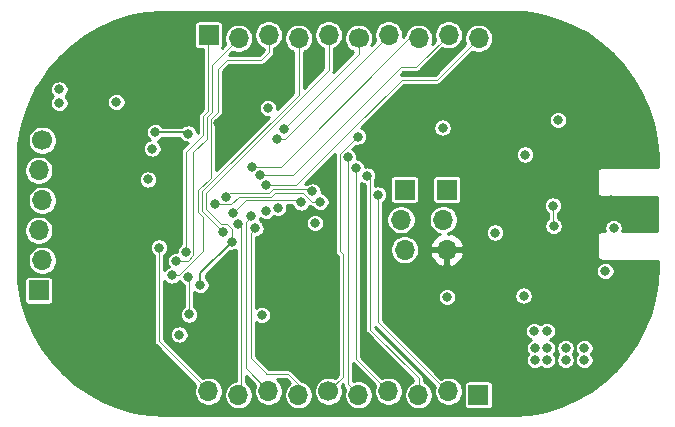
<source format=gbr>
%TF.GenerationSoftware,KiCad,Pcbnew,(5.1.6)-1*%
%TF.CreationDate,2021-01-10T19:41:06-07:00*%
%TF.ProjectId,AltoidsSmall,416c746f-6964-4735-936d-616c6c2e6b69,rev?*%
%TF.SameCoordinates,Original*%
%TF.FileFunction,Copper,L4,Bot*%
%TF.FilePolarity,Positive*%
%FSLAX46Y46*%
G04 Gerber Fmt 4.6, Leading zero omitted, Abs format (unit mm)*
G04 Created by KiCad (PCBNEW (5.1.6)-1) date 2021-01-10 19:41:06*
%MOMM*%
%LPD*%
G01*
G04 APERTURE LIST*
%TA.AperFunction,ComponentPad*%
%ADD10C,1.700000*%
%TD*%
%TA.AperFunction,ComponentPad*%
%ADD11O,1.700000X1.700000*%
%TD*%
%TA.AperFunction,ComponentPad*%
%ADD12R,1.700000X1.700000*%
%TD*%
%TA.AperFunction,ViaPad*%
%ADD13C,0.800000*%
%TD*%
%TA.AperFunction,Conductor*%
%ADD14C,0.101600*%
%TD*%
%TA.AperFunction,Conductor*%
%ADD15C,0.228600*%
%TD*%
%TA.AperFunction,Conductor*%
%ADD16C,0.152400*%
%TD*%
%TA.AperFunction,Conductor*%
%ADD17C,0.254000*%
%TD*%
G04 APERTURE END LIST*
D10*
%TO.P,J5,6*%
%TO.N,/DAC/ADC1*%
X121500900Y-111312000D03*
D11*
%TO.P,J5,5*%
%TO.N,/DAC/ADC0*%
X121196100Y-113852000D03*
D12*
%TO.P,J5,1*%
%TO.N,Net-(J5-Pad1)*%
X121196100Y-124012000D03*
D11*
%TO.P,J5,4*%
%TO.N,Net-(J5-Pad4)*%
X121500900Y-116392000D03*
%TO.P,J5,3*%
%TO.N,Net-(J5-Pad3)*%
X121196100Y-118932000D03*
%TO.P,J5,2*%
%TO.N,Net-(J5-Pad2)*%
X121500900Y-121472000D03*
%TD*%
D12*
%TO.P,J4,1*%
%TO.N,+3V3*%
X155752800Y-115490001D03*
D11*
%TO.P,J4,3*%
%TO.N,GND*%
X155752800Y-120570001D03*
%TO.P,J4,2*%
%TO.N,/MCU/SWD_TRACE*%
X155448000Y-118030001D03*
%TD*%
D12*
%TO.P,J3,1*%
%TO.N,/MCU/SWDIO*%
X152172901Y-115490001D03*
D11*
%TO.P,J3,3*%
%TO.N,/MCU/~RST*%
X152172901Y-120570001D03*
%TO.P,J3,2*%
%TO.N,/MCU/SWCLK*%
X151868101Y-118030001D03*
%TD*%
%TO.P,J2,10*%
%TO.N,Net-(J2-Pad10)*%
X135569000Y-132562600D03*
%TO.P,J2,7*%
%TO.N,Net-(J2-Pad7)*%
X143189000Y-132867400D03*
%TO.P,J2,8*%
%TO.N,Net-(J2-Pad8)*%
X140649000Y-132562600D03*
%TO.P,J2,9*%
%TO.N,Net-(J2-Pad9)*%
X138109000Y-132867400D03*
D10*
%TO.P,J2,6*%
%TO.N,Net-(J2-Pad6)*%
X145729000Y-132562600D03*
D11*
%TO.P,J2,5*%
%TO.N,Net-(J2-Pad5)*%
X148269000Y-132867400D03*
D12*
%TO.P,J2,1*%
%TO.N,Net-(J2-Pad1)*%
X158429000Y-132867400D03*
D11*
%TO.P,J2,4*%
%TO.N,Net-(J2-Pad4)*%
X150809000Y-132562600D03*
%TO.P,J2,3*%
%TO.N,Net-(J2-Pad3)*%
X153349000Y-132867400D03*
%TO.P,J2,2*%
%TO.N,Net-(J2-Pad2)*%
X155889000Y-132562600D03*
%TD*%
%TO.P,J1,10*%
%TO.N,Net-(J1-Pad10)*%
X158432500Y-102679500D03*
%TO.P,J1,7*%
%TO.N,Net-(J1-Pad7)*%
X150812500Y-102374700D03*
%TO.P,J1,8*%
%TO.N,Net-(J1-Pad8)*%
X153352500Y-102679500D03*
%TO.P,J1,9*%
%TO.N,Net-(J1-Pad9)*%
X155892500Y-102374700D03*
D10*
%TO.P,J1,6*%
%TO.N,Net-(J1-Pad6)*%
X148272500Y-102679500D03*
D11*
%TO.P,J1,5*%
%TO.N,/DAC/SDA*%
X145732500Y-102374700D03*
D12*
%TO.P,J1,1*%
%TO.N,Net-(J1-Pad1)*%
X135572500Y-102374700D03*
D11*
%TO.P,J1,4*%
%TO.N,/DAC/SCL*%
X143192500Y-102679500D03*
%TO.P,J1,3*%
%TO.N,Net-(J1-Pad3)*%
X140652500Y-102374700D03*
%TO.P,J1,2*%
%TO.N,Net-(J1-Pad2)*%
X138112500Y-102679500D03*
%TD*%
D13*
%TO.N,GND*%
X143510000Y-127254000D03*
X144462500Y-127254000D03*
X124968000Y-123698000D03*
X136398000Y-109855000D03*
X130492500Y-118999000D03*
X131635500Y-118999000D03*
X132969000Y-116332000D03*
X165481000Y-124460000D03*
X159893000Y-110426500D03*
X160972500Y-110363000D03*
X167576500Y-113347500D03*
X167640000Y-111252000D03*
X167640000Y-112204500D03*
X164338000Y-120205500D03*
X166116000Y-121920000D03*
X164338000Y-121920000D03*
X159131000Y-115125500D03*
X169608500Y-116395500D03*
X157861000Y-125730000D03*
X158940500Y-125730000D03*
X159956500Y-125730000D03*
X161099500Y-125666500D03*
X155067000Y-128905000D03*
X155067000Y-127889000D03*
X140522036Y-118486272D03*
X141160500Y-124142500D03*
X142303507Y-120786326D03*
X142049500Y-122491500D03*
%TO.N,+3V3*%
X127762000Y-108077000D03*
X130429000Y-114617500D03*
X140589000Y-108585000D03*
X140081000Y-126111000D03*
X165163500Y-109601000D03*
X167386000Y-129921000D03*
X167386000Y-128905000D03*
X165798500Y-129921000D03*
X165798500Y-128905000D03*
X164211000Y-129921000D03*
X163195000Y-129921000D03*
X164211000Y-128905000D03*
X163195000Y-128905000D03*
X164211000Y-127444500D03*
X163131500Y-127444500D03*
X159829500Y-119126000D03*
X155384500Y-110236000D03*
X162242500Y-124460000D03*
%TO.N,VDDA*%
X122936000Y-108140500D03*
%TO.N,+3V3*%
X133096000Y-127762000D03*
X144589500Y-118300500D03*
%TO.N,Net-(R4-Pad1)*%
X133908423Y-126053422D03*
X133809869Y-122887869D03*
%TO.N,Net-(J1-Pad10)*%
X140409248Y-115117032D03*
%TO.N,Net-(J1-Pad7)*%
X141365904Y-111159334D03*
%TO.N,Net-(J1-Pad8)*%
X139230281Y-113531104D03*
%TO.N,Net-(J1-Pad9)*%
X139943421Y-114232143D03*
%TO.N,Net-(J1-Pad6)*%
X141938193Y-110315193D03*
%TO.N,Net-(J1-Pad1)*%
X133647872Y-120739752D03*
%TO.N,Net-(J1-Pad3)*%
X132461000Y-122745500D03*
%TO.N,Net-(J1-Pad2)*%
X132831183Y-121528183D03*
%TO.N,Net-(J2-Pad10)*%
X131381500Y-120396000D03*
%TO.N,Net-(J2-Pad7)*%
X139548805Y-118716152D03*
%TO.N,Net-(J2-Pad8)*%
X139168797Y-117729000D03*
%TO.N,Net-(J2-Pad9)*%
X138054488Y-118413326D03*
%TO.N,Net-(J2-Pad6)*%
X148209000Y-110998000D03*
%TO.N,Net-(J2-Pad5)*%
X147367443Y-112759943D03*
%TO.N,Net-(J2-Pad4)*%
X148082000Y-113665000D03*
%TO.N,Net-(J2-Pad3)*%
X148971000Y-114300000D03*
%TO.N,Net-(J2-Pad2)*%
X149891611Y-115908050D03*
%TO.N,/MCU/SWDIO*%
X137063800Y-116068460D03*
X144372461Y-115636510D03*
%TO.N,/MCU/SWCLK*%
X136096310Y-116719270D03*
X145037964Y-116506690D03*
%TO.N,/MCU/SWD_TRACE*%
X137668000Y-117475000D03*
X143424259Y-116571880D03*
%TO.N,VBUS*%
X169862500Y-118755000D03*
X169164000Y-122364500D03*
X162369500Y-112522000D03*
%TO.N,/DAC/SDA*%
X134874000Y-123571000D03*
X137541000Y-119888000D03*
%TO.N,/DAC/SCL*%
X136783189Y-119034574D03*
%TO.N,/DAC/ADC1*%
X141423673Y-117027320D03*
%TO.N,/DAC/ADC0*%
X140454799Y-117274925D03*
%TO.N,/DAC/~LDAC*%
X133858000Y-110744000D03*
X131064000Y-110617000D03*
%TO.N,/USB2FTDI/DR-*%
X164719000Y-116840000D03*
X164782500Y-118554500D03*
%TO.N,VDDA*%
X155765500Y-124587000D03*
X122936000Y-106997500D03*
X130810000Y-112014000D03*
%TD*%
D14*
%TO.N,Net-(R4-Pad1)*%
X133908423Y-122986423D02*
X133809869Y-122887869D01*
X133908423Y-126053422D02*
X133908423Y-122986423D01*
%TO.N,Net-(J1-Pad10)*%
X158369000Y-102743000D02*
X158369000Y-102679500D01*
X154940000Y-106172000D02*
X158369000Y-102743000D01*
X142999780Y-115117032D02*
X147388614Y-110728198D01*
X147388614Y-110728198D02*
X147399302Y-110728198D01*
X151955500Y-106172000D02*
X154940000Y-106172000D01*
X140409248Y-115117032D02*
X142999780Y-115117032D01*
X147399302Y-110728198D02*
X151955500Y-106172000D01*
D15*
%TO.N,Net-(J1-Pad7)*%
X150749000Y-102425500D02*
X150742329Y-102425500D01*
D14*
X150749000Y-102489000D02*
X142078666Y-111159334D01*
X142078666Y-111159334D02*
X141365904Y-111159334D01*
%TO.N,Net-(J1-Pad8)*%
X152527000Y-102679500D02*
X141675396Y-113531104D01*
X141675396Y-113531104D02*
X139230281Y-113531104D01*
%TO.N,Net-(J1-Pad9)*%
X153162000Y-105092500D02*
X151892000Y-105092500D01*
X151892000Y-105092500D02*
X142752357Y-114232143D01*
X155892500Y-102362000D02*
X153162000Y-105092500D01*
X142752357Y-114232143D02*
X139943421Y-114232143D01*
%TO.N,Net-(J1-Pad6)*%
X148272500Y-103980886D02*
X141938193Y-110315193D01*
X148272500Y-102679500D02*
X148272500Y-103980886D01*
%TO.N,Net-(J1-Pad1)*%
X135509000Y-108864230D02*
X135080390Y-109292840D01*
X135509000Y-102489000D02*
X135509000Y-108864230D01*
X135080390Y-109292840D02*
X135080390Y-110876376D01*
X133647872Y-120174067D02*
X133647872Y-120739752D01*
X133647872Y-112308894D02*
X133647872Y-120174067D01*
X135080390Y-110876376D02*
X133647872Y-112308894D01*
D15*
%TO.N,Net-(J1-Pad3)*%
X140652500Y-102298500D02*
X140652500Y-102885810D01*
D14*
X140716000Y-103822500D02*
X140716000Y-102425500D01*
X140017500Y-104521000D02*
X140716000Y-103822500D01*
X137096500Y-104521000D02*
X140017500Y-104521000D01*
X136334500Y-105283000D02*
X137096500Y-104521000D01*
X133031852Y-122745500D02*
X135096367Y-120680985D01*
X132461000Y-122745500D02*
X133031852Y-122745500D01*
X135747199Y-114478717D02*
X135747199Y-109479115D01*
X136334500Y-108891814D02*
X136334500Y-105283000D01*
X134715278Y-115510638D02*
X135747199Y-114478717D01*
X135096367Y-120680985D02*
X135096367Y-117785982D01*
X135096367Y-117785982D02*
X134715278Y-117404893D01*
X134715278Y-117404893D02*
X134715278Y-115510638D01*
X135747199Y-109479115D02*
X136334500Y-108891814D01*
%TO.N,Net-(J1-Pad2)*%
X135890000Y-108909772D02*
X135445588Y-109354184D01*
X138112500Y-102679500D02*
X135890000Y-104902000D01*
X134298673Y-112328055D02*
X134298673Y-121052137D01*
X135890000Y-104902000D02*
X135890000Y-108909772D01*
X134298673Y-121052137D02*
X133822627Y-121528183D01*
X133822627Y-121528183D02*
X132831183Y-121528183D01*
X135441864Y-109922312D02*
X135445588Y-109918588D01*
X135441864Y-111184864D02*
X135441864Y-109922312D01*
X135441864Y-111184864D02*
X134298673Y-112328055D01*
X135445588Y-109354184D02*
X135445588Y-109918588D01*
%TO.N,Net-(J2-Pad10)*%
X135572500Y-132524500D02*
X131381500Y-128333500D01*
X131381500Y-128333500D02*
X131381500Y-120396000D01*
%TO.N,Net-(J2-Pad7)*%
X142942000Y-132521000D02*
X142875000Y-132588000D01*
X143192500Y-132905500D02*
X143192500Y-132016500D01*
X143192500Y-132016500D02*
X142303500Y-131127500D01*
X140525500Y-131127500D02*
X140430250Y-131032250D01*
X140430250Y-131032250D02*
X140462000Y-131064000D01*
X142303500Y-131127500D02*
X140589000Y-131127500D01*
X140589000Y-131127500D02*
X140525500Y-131127500D01*
X140430250Y-131032250D02*
X139148806Y-129750806D01*
X139148806Y-119116151D02*
X139548805Y-118716152D01*
X139148806Y-129750806D02*
X139148806Y-119116151D01*
%TO.N,Net-(J2-Pad8)*%
X140402000Y-132267000D02*
X140335000Y-132334000D01*
X138705298Y-130618898D02*
X138705298Y-118192499D01*
X140649000Y-132562600D02*
X138705298Y-130618898D01*
X138705298Y-118192499D02*
X139168797Y-117729000D01*
%TO.N,Net-(J2-Pad9)*%
X138303000Y-132715000D02*
X138303000Y-118661838D01*
X138303000Y-118661838D02*
X138054488Y-118413326D01*
X138112500Y-132905500D02*
X138303000Y-132715000D01*
%TO.N,Net-(J2-Pad6)*%
X145482000Y-132330500D02*
X145415000Y-132397500D01*
X146954802Y-131336798D02*
X146954802Y-120972614D01*
X146700802Y-112506198D02*
X147809001Y-111397999D01*
X147809001Y-111397999D02*
X148209000Y-110998000D01*
X146700802Y-120718614D02*
X146700802Y-112506198D01*
X146954802Y-120972614D02*
X146700802Y-120718614D01*
X145729000Y-132562600D02*
X146954802Y-131336798D01*
%TO.N,Net-(J2-Pad5)*%
X148272500Y-132842000D02*
X147367443Y-131936943D01*
X147367443Y-113325628D02*
X147367443Y-112759943D01*
X147367443Y-131936943D02*
X147367443Y-113325628D01*
%TO.N,Net-(J2-Pad4)*%
X150812500Y-132524500D02*
X150749000Y-132524500D01*
X150812500Y-132461000D02*
X150876000Y-132461000D01*
X150812500Y-132461000D02*
X150749000Y-132524500D01*
X150809000Y-132562600D02*
X148082000Y-129835600D01*
X148082000Y-129835600D02*
X148082000Y-127444500D01*
X148082000Y-113665000D02*
X148082000Y-127444500D01*
%TO.N,Net-(J2-Pad3)*%
X153352500Y-131445000D02*
X153352500Y-132905500D01*
X149240801Y-127333301D02*
X153352500Y-131445000D01*
X149240801Y-120845615D02*
X149240801Y-127333301D01*
X149240801Y-114569801D02*
X148971000Y-114300000D01*
X149240801Y-120845615D02*
X149240801Y-114569801D01*
%TO.N,Net-(J2-Pad2)*%
X155829000Y-132651500D02*
X149891611Y-126714111D01*
X149891611Y-116473735D02*
X149891611Y-115908050D01*
X149891611Y-126714111D02*
X149891611Y-116473735D01*
%TO.N,/MCU/SWDIO*%
X137364427Y-115767833D02*
X140721633Y-115767833D01*
X140721633Y-115767833D02*
X141038278Y-115451188D01*
X144187139Y-115451188D02*
X144372461Y-115636510D01*
X137063800Y-116068460D02*
X137364427Y-115767833D01*
X141038278Y-115451188D02*
X144187139Y-115451188D01*
%TO.N,/MCU/SWCLK*%
X141163209Y-115752799D02*
X140846564Y-116069444D01*
X138147355Y-116069444D02*
X137497529Y-116719270D01*
X143568364Y-115752799D02*
X141163209Y-115752799D01*
X145037964Y-116506690D02*
X144322255Y-116506690D01*
X137497529Y-116719270D02*
X136096310Y-116719270D01*
X140846564Y-116069444D02*
X138147355Y-116069444D01*
X144322255Y-116506690D02*
X143568364Y-115752799D01*
%TO.N,/MCU/SWD_TRACE*%
X137668000Y-117475000D02*
X138766481Y-116376519D01*
X143228898Y-116376519D02*
X143424259Y-116571880D01*
X138766481Y-116376519D02*
X143228898Y-116376519D01*
D16*
%TO.N,/DAC/SDA*%
X134874000Y-123571000D02*
X134874000Y-122555000D01*
X134874000Y-122555000D02*
X137541000Y-119888000D01*
D14*
X137541000Y-119888000D02*
X137541000Y-118829199D01*
X137095574Y-118383773D02*
X136608273Y-118383773D01*
X137541000Y-118829199D02*
X137095574Y-118383773D01*
X136608273Y-118383773D02*
X135318500Y-117094000D01*
X135318500Y-117094000D02*
X135318500Y-115760500D01*
X135318500Y-115760500D02*
X145732500Y-105346500D01*
X145732500Y-105346500D02*
X145732500Y-102362000D01*
%TO.N,/DAC/SCL*%
X135016889Y-117268274D02*
X136783189Y-119034574D01*
X143192500Y-102679500D02*
X143192500Y-107459958D01*
X135016889Y-115635569D02*
X135016889Y-117268274D01*
X143192500Y-107459958D02*
X135016889Y-115635569D01*
D16*
%TO.N,/DAC/~LDAC*%
X133731000Y-110617000D02*
X133858000Y-110744000D01*
X131064000Y-110617000D02*
X133731000Y-110617000D01*
D14*
%TO.N,/USB2FTDI/DR-*%
X164719000Y-116840000D02*
X164719000Y-118491000D01*
X164719000Y-118491000D02*
X164782500Y-118554500D01*
%TD*%
D17*
%TO.N,GND*%
G36*
X162381933Y-100482668D02*
G01*
X163747156Y-100709902D01*
X165079216Y-101085582D01*
X166362002Y-101605164D01*
X167580023Y-102262372D01*
X168718574Y-103049273D01*
X169763898Y-103956359D01*
X170703373Y-104972677D01*
X171525640Y-106085937D01*
X172220787Y-107282720D01*
X172780408Y-108548559D01*
X173197740Y-109868146D01*
X173467750Y-111225577D01*
X173587861Y-112612392D01*
X173593968Y-113001128D01*
X173588112Y-113576500D01*
X168866441Y-113576500D01*
X168846500Y-113574536D01*
X168826560Y-113576500D01*
X168826559Y-113576500D01*
X168766910Y-113582375D01*
X168690379Y-113605590D01*
X168619847Y-113643290D01*
X168558026Y-113694026D01*
X168507290Y-113755847D01*
X168469590Y-113826379D01*
X168446375Y-113902910D01*
X168438536Y-113982500D01*
X168440501Y-114002451D01*
X168440500Y-115423059D01*
X168440500Y-115677059D01*
X168438536Y-115697000D01*
X168446375Y-115776590D01*
X168469590Y-115853121D01*
X168507290Y-115923653D01*
X168549970Y-115975658D01*
X168558026Y-115985474D01*
X168619847Y-116036210D01*
X168690379Y-116073910D01*
X168766910Y-116097125D01*
X168846500Y-116104964D01*
X168866440Y-116103000D01*
X173520500Y-116103000D01*
X173520501Y-118974000D01*
X170615239Y-118974000D01*
X170643500Y-118831922D01*
X170643500Y-118678078D01*
X170613487Y-118527191D01*
X170554613Y-118385058D01*
X170469142Y-118257141D01*
X170360359Y-118148358D01*
X170232442Y-118062887D01*
X170090309Y-118004013D01*
X169939422Y-117974000D01*
X169785578Y-117974000D01*
X169634691Y-118004013D01*
X169492558Y-118062887D01*
X169364641Y-118148358D01*
X169255858Y-118257141D01*
X169170387Y-118385058D01*
X169111513Y-118527191D01*
X169081500Y-118678078D01*
X169081500Y-118831922D01*
X169109761Y-118974000D01*
X168866440Y-118974000D01*
X168846500Y-118972036D01*
X168826559Y-118974000D01*
X168766910Y-118979875D01*
X168690379Y-119003090D01*
X168619847Y-119040790D01*
X168558026Y-119091526D01*
X168507290Y-119153347D01*
X168469590Y-119223879D01*
X168446375Y-119300410D01*
X168438536Y-119380000D01*
X168440500Y-119399941D01*
X168440500Y-119614060D01*
X168440501Y-121074549D01*
X168438536Y-121094500D01*
X168446375Y-121174090D01*
X168469590Y-121250621D01*
X168507290Y-121321153D01*
X168558026Y-121382974D01*
X168619847Y-121433710D01*
X168690379Y-121471410D01*
X168766910Y-121494625D01*
X168826559Y-121500500D01*
X168826560Y-121500500D01*
X168846500Y-121502464D01*
X168866441Y-121500500D01*
X173588459Y-121500500D01*
X173593877Y-121991070D01*
X173517332Y-123381933D01*
X173290097Y-124747160D01*
X172914417Y-126079219D01*
X172394836Y-127362002D01*
X171737624Y-128580029D01*
X170950727Y-129718574D01*
X170043641Y-130763898D01*
X169027328Y-131703368D01*
X167914063Y-132525640D01*
X166717276Y-133220789D01*
X165451441Y-133780408D01*
X164131852Y-134197740D01*
X162774424Y-134467750D01*
X161387608Y-134587861D01*
X160996806Y-134594000D01*
X132011171Y-134594000D01*
X130618067Y-134517332D01*
X129252840Y-134290097D01*
X127920781Y-133914417D01*
X126637998Y-133394836D01*
X125419971Y-132737624D01*
X124281426Y-131950727D01*
X123236102Y-131043641D01*
X122296632Y-130027328D01*
X121474360Y-128914063D01*
X120779211Y-127717276D01*
X120219592Y-126451441D01*
X119802260Y-125131852D01*
X119532250Y-123774424D01*
X119479209Y-123162000D01*
X119963257Y-123162000D01*
X119963257Y-124862000D01*
X119970613Y-124936689D01*
X119992399Y-125008508D01*
X120027778Y-125074696D01*
X120075389Y-125132711D01*
X120133404Y-125180322D01*
X120199592Y-125215701D01*
X120271411Y-125237487D01*
X120346100Y-125244843D01*
X122046100Y-125244843D01*
X122120789Y-125237487D01*
X122192608Y-125215701D01*
X122258796Y-125180322D01*
X122316811Y-125132711D01*
X122364422Y-125074696D01*
X122399801Y-125008508D01*
X122421587Y-124936689D01*
X122428943Y-124862000D01*
X122428943Y-123162000D01*
X122421587Y-123087311D01*
X122399801Y-123015492D01*
X122364422Y-122949304D01*
X122316811Y-122891289D01*
X122258796Y-122843678D01*
X122192608Y-122808299D01*
X122120789Y-122786513D01*
X122046100Y-122779157D01*
X120346100Y-122779157D01*
X120271411Y-122786513D01*
X120199592Y-122808299D01*
X120133404Y-122843678D01*
X120075389Y-122891289D01*
X120027778Y-122949304D01*
X119992399Y-123015492D01*
X119970613Y-123087311D01*
X119963257Y-123162000D01*
X119479209Y-123162000D01*
X119412139Y-122387608D01*
X119406000Y-121996806D01*
X119406000Y-121350757D01*
X120269900Y-121350757D01*
X120269900Y-121593243D01*
X120317207Y-121831069D01*
X120410002Y-122055097D01*
X120544720Y-122256717D01*
X120716183Y-122428180D01*
X120917803Y-122562898D01*
X121141831Y-122655693D01*
X121379657Y-122703000D01*
X121622143Y-122703000D01*
X121859969Y-122655693D01*
X122083997Y-122562898D01*
X122285617Y-122428180D01*
X122457080Y-122256717D01*
X122591798Y-122055097D01*
X122684593Y-121831069D01*
X122731900Y-121593243D01*
X122731900Y-121350757D01*
X122684593Y-121112931D01*
X122591798Y-120888903D01*
X122457080Y-120687283D01*
X122285617Y-120515820D01*
X122083997Y-120381102D01*
X121859969Y-120288307D01*
X121622143Y-120241000D01*
X121379657Y-120241000D01*
X121141831Y-120288307D01*
X120917803Y-120381102D01*
X120716183Y-120515820D01*
X120544720Y-120687283D01*
X120410002Y-120888903D01*
X120317207Y-121112931D01*
X120269900Y-121350757D01*
X119406000Y-121350757D01*
X119406000Y-118810757D01*
X119965100Y-118810757D01*
X119965100Y-119053243D01*
X120012407Y-119291069D01*
X120105202Y-119515097D01*
X120239920Y-119716717D01*
X120411383Y-119888180D01*
X120613003Y-120022898D01*
X120837031Y-120115693D01*
X121074857Y-120163000D01*
X121317343Y-120163000D01*
X121555169Y-120115693D01*
X121779197Y-120022898D01*
X121980817Y-119888180D01*
X122152280Y-119716717D01*
X122286998Y-119515097D01*
X122379793Y-119291069D01*
X122427100Y-119053243D01*
X122427100Y-118810757D01*
X122379793Y-118572931D01*
X122286998Y-118348903D01*
X122152280Y-118147283D01*
X121980817Y-117975820D01*
X121779197Y-117841102D01*
X121555169Y-117748307D01*
X121317343Y-117701000D01*
X121074857Y-117701000D01*
X120837031Y-117748307D01*
X120613003Y-117841102D01*
X120411383Y-117975820D01*
X120239920Y-118147283D01*
X120105202Y-118348903D01*
X120012407Y-118572931D01*
X119965100Y-118810757D01*
X119406000Y-118810757D01*
X119406000Y-116270757D01*
X120269900Y-116270757D01*
X120269900Y-116513243D01*
X120317207Y-116751069D01*
X120410002Y-116975097D01*
X120544720Y-117176717D01*
X120716183Y-117348180D01*
X120917803Y-117482898D01*
X121141831Y-117575693D01*
X121379657Y-117623000D01*
X121622143Y-117623000D01*
X121859969Y-117575693D01*
X122083997Y-117482898D01*
X122285617Y-117348180D01*
X122457080Y-117176717D01*
X122591798Y-116975097D01*
X122684593Y-116751069D01*
X122731900Y-116513243D01*
X122731900Y-116270757D01*
X122684593Y-116032931D01*
X122591798Y-115808903D01*
X122457080Y-115607283D01*
X122285617Y-115435820D01*
X122083997Y-115301102D01*
X121859969Y-115208307D01*
X121622143Y-115161000D01*
X121379657Y-115161000D01*
X121141831Y-115208307D01*
X120917803Y-115301102D01*
X120716183Y-115435820D01*
X120544720Y-115607283D01*
X120410002Y-115808903D01*
X120317207Y-116032931D01*
X120269900Y-116270757D01*
X119406000Y-116270757D01*
X119406000Y-113730757D01*
X119965100Y-113730757D01*
X119965100Y-113973243D01*
X120012407Y-114211069D01*
X120105202Y-114435097D01*
X120239920Y-114636717D01*
X120411383Y-114808180D01*
X120613003Y-114942898D01*
X120837031Y-115035693D01*
X121074857Y-115083000D01*
X121317343Y-115083000D01*
X121555169Y-115035693D01*
X121779197Y-114942898D01*
X121980817Y-114808180D01*
X122152280Y-114636717D01*
X122216517Y-114540578D01*
X129648000Y-114540578D01*
X129648000Y-114694422D01*
X129678013Y-114845309D01*
X129736887Y-114987442D01*
X129822358Y-115115359D01*
X129931141Y-115224142D01*
X130059058Y-115309613D01*
X130201191Y-115368487D01*
X130352078Y-115398500D01*
X130505922Y-115398500D01*
X130656809Y-115368487D01*
X130798942Y-115309613D01*
X130926859Y-115224142D01*
X131035642Y-115115359D01*
X131121113Y-114987442D01*
X131179987Y-114845309D01*
X131210000Y-114694422D01*
X131210000Y-114540578D01*
X131179987Y-114389691D01*
X131121113Y-114247558D01*
X131035642Y-114119641D01*
X130926859Y-114010858D01*
X130798942Y-113925387D01*
X130656809Y-113866513D01*
X130505922Y-113836500D01*
X130352078Y-113836500D01*
X130201191Y-113866513D01*
X130059058Y-113925387D01*
X129931141Y-114010858D01*
X129822358Y-114119641D01*
X129736887Y-114247558D01*
X129678013Y-114389691D01*
X129648000Y-114540578D01*
X122216517Y-114540578D01*
X122286998Y-114435097D01*
X122379793Y-114211069D01*
X122427100Y-113973243D01*
X122427100Y-113730757D01*
X122379793Y-113492931D01*
X122286998Y-113268903D01*
X122152280Y-113067283D01*
X121980817Y-112895820D01*
X121779197Y-112761102D01*
X121555169Y-112668307D01*
X121317343Y-112621000D01*
X121074857Y-112621000D01*
X120837031Y-112668307D01*
X120613003Y-112761102D01*
X120411383Y-112895820D01*
X120239920Y-113067283D01*
X120105202Y-113268903D01*
X120012407Y-113492931D01*
X119965100Y-113730757D01*
X119406000Y-113730757D01*
X119406000Y-113011171D01*
X119482668Y-111618067D01*
X119553791Y-111190757D01*
X120269900Y-111190757D01*
X120269900Y-111433243D01*
X120317207Y-111671069D01*
X120410002Y-111895097D01*
X120544720Y-112096717D01*
X120716183Y-112268180D01*
X120917803Y-112402898D01*
X121141831Y-112495693D01*
X121379657Y-112543000D01*
X121622143Y-112543000D01*
X121859969Y-112495693D01*
X122083997Y-112402898D01*
X122285617Y-112268180D01*
X122457080Y-112096717D01*
X122563747Y-111937078D01*
X130029000Y-111937078D01*
X130029000Y-112090922D01*
X130059013Y-112241809D01*
X130117887Y-112383942D01*
X130203358Y-112511859D01*
X130312141Y-112620642D01*
X130440058Y-112706113D01*
X130582191Y-112764987D01*
X130733078Y-112795000D01*
X130886922Y-112795000D01*
X131037809Y-112764987D01*
X131179942Y-112706113D01*
X131307859Y-112620642D01*
X131416642Y-112511859D01*
X131502113Y-112383942D01*
X131560987Y-112241809D01*
X131591000Y-112090922D01*
X131591000Y-111937078D01*
X131560987Y-111786191D01*
X131502113Y-111644058D01*
X131416642Y-111516141D01*
X131307859Y-111407358D01*
X131258771Y-111374559D01*
X131291809Y-111367987D01*
X131433942Y-111309113D01*
X131561859Y-111223642D01*
X131670642Y-111114859D01*
X131697809Y-111074200D01*
X133149425Y-111074200D01*
X133165887Y-111113942D01*
X133251358Y-111241859D01*
X133360141Y-111350642D01*
X133488058Y-111436113D01*
X133630191Y-111494987D01*
X133781078Y-111525000D01*
X133821109Y-111525000D01*
X133357551Y-111988559D01*
X133341066Y-112002088D01*
X133287106Y-112067839D01*
X133247011Y-112142853D01*
X133229860Y-112199392D01*
X133222320Y-112224247D01*
X133213983Y-112308894D01*
X133216072Y-112330104D01*
X133216073Y-120088970D01*
X133150013Y-120133110D01*
X133041230Y-120241893D01*
X132955759Y-120369810D01*
X132896885Y-120511943D01*
X132866872Y-120662830D01*
X132866872Y-120747183D01*
X132754261Y-120747183D01*
X132603374Y-120777196D01*
X132461241Y-120836070D01*
X132333324Y-120921541D01*
X132224541Y-121030324D01*
X132139070Y-121158241D01*
X132080196Y-121300374D01*
X132050183Y-121451261D01*
X132050183Y-121605105D01*
X132080196Y-121755992D01*
X132139070Y-121898125D01*
X132209916Y-122004154D01*
X132091058Y-122053387D01*
X131963141Y-122138858D01*
X131854358Y-122247641D01*
X131813300Y-122309089D01*
X131813300Y-121046781D01*
X131879359Y-121002642D01*
X131988142Y-120893859D01*
X132073613Y-120765942D01*
X132132487Y-120623809D01*
X132162500Y-120472922D01*
X132162500Y-120319078D01*
X132132487Y-120168191D01*
X132073613Y-120026058D01*
X131988142Y-119898141D01*
X131879359Y-119789358D01*
X131751442Y-119703887D01*
X131609309Y-119645013D01*
X131458422Y-119615000D01*
X131304578Y-119615000D01*
X131153691Y-119645013D01*
X131011558Y-119703887D01*
X130883641Y-119789358D01*
X130774858Y-119898141D01*
X130689387Y-120026058D01*
X130630513Y-120168191D01*
X130600500Y-120319078D01*
X130600500Y-120472922D01*
X130630513Y-120623809D01*
X130689387Y-120765942D01*
X130774858Y-120893859D01*
X130883641Y-121002642D01*
X130949701Y-121046782D01*
X130949700Y-128312290D01*
X130947611Y-128333500D01*
X130949700Y-128354709D01*
X130955948Y-128418147D01*
X130980639Y-128499541D01*
X131020734Y-128574555D01*
X131074694Y-128640306D01*
X131091179Y-128653835D01*
X134460160Y-132022818D01*
X134385307Y-132203531D01*
X134338000Y-132441357D01*
X134338000Y-132683843D01*
X134385307Y-132921669D01*
X134478102Y-133145697D01*
X134612820Y-133347317D01*
X134784283Y-133518780D01*
X134985903Y-133653498D01*
X135209931Y-133746293D01*
X135447757Y-133793600D01*
X135690243Y-133793600D01*
X135928069Y-133746293D01*
X136152097Y-133653498D01*
X136353717Y-133518780D01*
X136525180Y-133347317D01*
X136659898Y-133145697D01*
X136752693Y-132921669D01*
X136800000Y-132683843D01*
X136800000Y-132441357D01*
X136752693Y-132203531D01*
X136659898Y-131979503D01*
X136525180Y-131777883D01*
X136353717Y-131606420D01*
X136152097Y-131471702D01*
X135928069Y-131378907D01*
X135690243Y-131331600D01*
X135447757Y-131331600D01*
X135209931Y-131378907D01*
X135088049Y-131429392D01*
X131813300Y-128154644D01*
X131813300Y-127685078D01*
X132315000Y-127685078D01*
X132315000Y-127838922D01*
X132345013Y-127989809D01*
X132403887Y-128131942D01*
X132489358Y-128259859D01*
X132598141Y-128368642D01*
X132726058Y-128454113D01*
X132868191Y-128512987D01*
X133019078Y-128543000D01*
X133172922Y-128543000D01*
X133323809Y-128512987D01*
X133465942Y-128454113D01*
X133593859Y-128368642D01*
X133702642Y-128259859D01*
X133788113Y-128131942D01*
X133846987Y-127989809D01*
X133877000Y-127838922D01*
X133877000Y-127685078D01*
X133846987Y-127534191D01*
X133788113Y-127392058D01*
X133702642Y-127264141D01*
X133593859Y-127155358D01*
X133465942Y-127069887D01*
X133323809Y-127011013D01*
X133172922Y-126981000D01*
X133019078Y-126981000D01*
X132868191Y-127011013D01*
X132726058Y-127069887D01*
X132598141Y-127155358D01*
X132489358Y-127264141D01*
X132403887Y-127392058D01*
X132345013Y-127534191D01*
X132315000Y-127685078D01*
X131813300Y-127685078D01*
X131813300Y-123181911D01*
X131854358Y-123243359D01*
X131963141Y-123352142D01*
X132091058Y-123437613D01*
X132233191Y-123496487D01*
X132384078Y-123526500D01*
X132537922Y-123526500D01*
X132688809Y-123496487D01*
X132830942Y-123437613D01*
X132958859Y-123352142D01*
X133067642Y-123243359D01*
X133094883Y-123202590D01*
X133117756Y-123257811D01*
X133203227Y-123385728D01*
X133312010Y-123494511D01*
X133439927Y-123579982D01*
X133476624Y-123595182D01*
X133476623Y-125402641D01*
X133410564Y-125446780D01*
X133301781Y-125555563D01*
X133216310Y-125683480D01*
X133157436Y-125825613D01*
X133127423Y-125976500D01*
X133127423Y-126130344D01*
X133157436Y-126281231D01*
X133216310Y-126423364D01*
X133301781Y-126551281D01*
X133410564Y-126660064D01*
X133538481Y-126745535D01*
X133680614Y-126804409D01*
X133831501Y-126834422D01*
X133985345Y-126834422D01*
X134136232Y-126804409D01*
X134278365Y-126745535D01*
X134406282Y-126660064D01*
X134515065Y-126551281D01*
X134600536Y-126423364D01*
X134659410Y-126281231D01*
X134689423Y-126130344D01*
X134689423Y-125976500D01*
X134659410Y-125825613D01*
X134600536Y-125683480D01*
X134515065Y-125555563D01*
X134406282Y-125446780D01*
X134340223Y-125402641D01*
X134340223Y-124141724D01*
X134376141Y-124177642D01*
X134504058Y-124263113D01*
X134646191Y-124321987D01*
X134797078Y-124352000D01*
X134950922Y-124352000D01*
X135101809Y-124321987D01*
X135243942Y-124263113D01*
X135371859Y-124177642D01*
X135480642Y-124068859D01*
X135566113Y-123940942D01*
X135624987Y-123798809D01*
X135655000Y-123647922D01*
X135655000Y-123494078D01*
X135624987Y-123343191D01*
X135566113Y-123201058D01*
X135480642Y-123073141D01*
X135371859Y-122964358D01*
X135331200Y-122937191D01*
X135331200Y-122744377D01*
X137416118Y-120659460D01*
X137464078Y-120669000D01*
X137617922Y-120669000D01*
X137768809Y-120638987D01*
X137871201Y-120596574D01*
X137871200Y-131659585D01*
X137749931Y-131683707D01*
X137525903Y-131776502D01*
X137324283Y-131911220D01*
X137152820Y-132082683D01*
X137018102Y-132284303D01*
X136925307Y-132508331D01*
X136878000Y-132746157D01*
X136878000Y-132988643D01*
X136925307Y-133226469D01*
X137018102Y-133450497D01*
X137152820Y-133652117D01*
X137324283Y-133823580D01*
X137525903Y-133958298D01*
X137749931Y-134051093D01*
X137987757Y-134098400D01*
X138230243Y-134098400D01*
X138468069Y-134051093D01*
X138692097Y-133958298D01*
X138893717Y-133823580D01*
X139065180Y-133652117D01*
X139199898Y-133450497D01*
X139292693Y-133226469D01*
X139340000Y-132988643D01*
X139340000Y-132746157D01*
X139292693Y-132508331D01*
X139199898Y-132284303D01*
X139065180Y-132082683D01*
X138893717Y-131911220D01*
X138734800Y-131805035D01*
X138734800Y-131259056D01*
X139527976Y-132052233D01*
X139465307Y-132203531D01*
X139418000Y-132441357D01*
X139418000Y-132683843D01*
X139465307Y-132921669D01*
X139558102Y-133145697D01*
X139692820Y-133347317D01*
X139864283Y-133518780D01*
X140065903Y-133653498D01*
X140289931Y-133746293D01*
X140527757Y-133793600D01*
X140770243Y-133793600D01*
X141008069Y-133746293D01*
X141232097Y-133653498D01*
X141433717Y-133518780D01*
X141605180Y-133347317D01*
X141739898Y-133145697D01*
X141832693Y-132921669D01*
X141880000Y-132683843D01*
X141880000Y-132441357D01*
X141832693Y-132203531D01*
X141739898Y-131979503D01*
X141605180Y-131777883D01*
X141433717Y-131606420D01*
X141363197Y-131559300D01*
X142124644Y-131559300D01*
X142447612Y-131882269D01*
X142404283Y-131911220D01*
X142232820Y-132082683D01*
X142098102Y-132284303D01*
X142005307Y-132508331D01*
X141958000Y-132746157D01*
X141958000Y-132988643D01*
X142005307Y-133226469D01*
X142098102Y-133450497D01*
X142232820Y-133652117D01*
X142404283Y-133823580D01*
X142605903Y-133958298D01*
X142829931Y-134051093D01*
X143067757Y-134098400D01*
X143310243Y-134098400D01*
X143548069Y-134051093D01*
X143772097Y-133958298D01*
X143973717Y-133823580D01*
X144145180Y-133652117D01*
X144279898Y-133450497D01*
X144372693Y-133226469D01*
X144420000Y-132988643D01*
X144420000Y-132746157D01*
X144372693Y-132508331D01*
X144279898Y-132284303D01*
X144145180Y-132082683D01*
X143973717Y-131911220D01*
X143772097Y-131776502D01*
X143548069Y-131683707D01*
X143451069Y-131664412D01*
X142623835Y-130837179D01*
X142610306Y-130820694D01*
X142544556Y-130766734D01*
X142469542Y-130726639D01*
X142388148Y-130701948D01*
X142324710Y-130695700D01*
X142303500Y-130693611D01*
X142282290Y-130695700D01*
X140704358Y-130695700D01*
X139580606Y-129571950D01*
X139580606Y-126715107D01*
X139583141Y-126717642D01*
X139711058Y-126803113D01*
X139853191Y-126861987D01*
X140004078Y-126892000D01*
X140157922Y-126892000D01*
X140308809Y-126861987D01*
X140450942Y-126803113D01*
X140578859Y-126717642D01*
X140687642Y-126608859D01*
X140773113Y-126480942D01*
X140831987Y-126338809D01*
X140862000Y-126187922D01*
X140862000Y-126034078D01*
X140831987Y-125883191D01*
X140773113Y-125741058D01*
X140687642Y-125613141D01*
X140578859Y-125504358D01*
X140450942Y-125418887D01*
X140308809Y-125360013D01*
X140157922Y-125330000D01*
X140004078Y-125330000D01*
X139853191Y-125360013D01*
X139711058Y-125418887D01*
X139583141Y-125504358D01*
X139580606Y-125506893D01*
X139580606Y-119497152D01*
X139625727Y-119497152D01*
X139776614Y-119467139D01*
X139918747Y-119408265D01*
X140046664Y-119322794D01*
X140155447Y-119214011D01*
X140240918Y-119086094D01*
X140299792Y-118943961D01*
X140329805Y-118793074D01*
X140329805Y-118639230D01*
X140299792Y-118488343D01*
X140240918Y-118346210D01*
X140158979Y-118223578D01*
X143808500Y-118223578D01*
X143808500Y-118377422D01*
X143838513Y-118528309D01*
X143897387Y-118670442D01*
X143982858Y-118798359D01*
X144091641Y-118907142D01*
X144219558Y-118992613D01*
X144361691Y-119051487D01*
X144512578Y-119081500D01*
X144666422Y-119081500D01*
X144817309Y-119051487D01*
X144959442Y-118992613D01*
X145087359Y-118907142D01*
X145196142Y-118798359D01*
X145281613Y-118670442D01*
X145340487Y-118528309D01*
X145370500Y-118377422D01*
X145370500Y-118223578D01*
X145340487Y-118072691D01*
X145281613Y-117930558D01*
X145196142Y-117802641D01*
X145087359Y-117693858D01*
X144959442Y-117608387D01*
X144817309Y-117549513D01*
X144666422Y-117519500D01*
X144512578Y-117519500D01*
X144361691Y-117549513D01*
X144219558Y-117608387D01*
X144091641Y-117693858D01*
X143982858Y-117802641D01*
X143897387Y-117930558D01*
X143838513Y-118072691D01*
X143808500Y-118223578D01*
X140158979Y-118223578D01*
X140155447Y-118218293D01*
X140046664Y-118109510D01*
X139918747Y-118024039D01*
X139895863Y-118014560D01*
X139919784Y-117956809D01*
X139938432Y-117863059D01*
X139956940Y-117881567D01*
X140084857Y-117967038D01*
X140226990Y-118025912D01*
X140377877Y-118055925D01*
X140531721Y-118055925D01*
X140682608Y-118025912D01*
X140824741Y-117967038D01*
X140952658Y-117881567D01*
X141061441Y-117772784D01*
X141087690Y-117733499D01*
X141195864Y-117778307D01*
X141346751Y-117808320D01*
X141500595Y-117808320D01*
X141651482Y-117778307D01*
X141793615Y-117719433D01*
X141921532Y-117633962D01*
X142030315Y-117525179D01*
X142115786Y-117397262D01*
X142174660Y-117255129D01*
X142204673Y-117104242D01*
X142204673Y-116950398D01*
X142176412Y-116808319D01*
X142676847Y-116808319D01*
X142732146Y-116941822D01*
X142817617Y-117069739D01*
X142926400Y-117178522D01*
X143054317Y-117263993D01*
X143196450Y-117322867D01*
X143347337Y-117352880D01*
X143501181Y-117352880D01*
X143652068Y-117322867D01*
X143794201Y-117263993D01*
X143922118Y-117178522D01*
X144030901Y-117069739D01*
X144116372Y-116941822D01*
X144135216Y-116896328D01*
X144156212Y-116907551D01*
X144237607Y-116932242D01*
X144322255Y-116940579D01*
X144343465Y-116938490D01*
X144387183Y-116938490D01*
X144431322Y-117004549D01*
X144540105Y-117113332D01*
X144668022Y-117198803D01*
X144810155Y-117257677D01*
X144961042Y-117287690D01*
X145114886Y-117287690D01*
X145265773Y-117257677D01*
X145407906Y-117198803D01*
X145535823Y-117113332D01*
X145644606Y-117004549D01*
X145730077Y-116876632D01*
X145788951Y-116734499D01*
X145818964Y-116583612D01*
X145818964Y-116429768D01*
X145788951Y-116278881D01*
X145730077Y-116136748D01*
X145644606Y-116008831D01*
X145535823Y-115900048D01*
X145407906Y-115814577D01*
X145265773Y-115755703D01*
X145149647Y-115732604D01*
X145153461Y-115713432D01*
X145153461Y-115559588D01*
X145123448Y-115408701D01*
X145064574Y-115266568D01*
X144979103Y-115138651D01*
X144870320Y-115029868D01*
X144742403Y-114944397D01*
X144600270Y-114885523D01*
X144449383Y-114855510D01*
X144295539Y-114855510D01*
X144144652Y-114885523D01*
X144002519Y-114944397D01*
X143890287Y-115019388D01*
X143708080Y-115019388D01*
X146271900Y-112455569D01*
X146266913Y-112506198D01*
X146269003Y-112527418D01*
X146269002Y-120697404D01*
X146266913Y-120718614D01*
X146269002Y-120739823D01*
X146275250Y-120803261D01*
X146299941Y-120884655D01*
X146340036Y-120959669D01*
X146393996Y-121025420D01*
X146410480Y-121038948D01*
X146523003Y-121151471D01*
X146523002Y-131157941D01*
X146239367Y-131441576D01*
X146088069Y-131378907D01*
X145850243Y-131331600D01*
X145607757Y-131331600D01*
X145369931Y-131378907D01*
X145145903Y-131471702D01*
X144944283Y-131606420D01*
X144772820Y-131777883D01*
X144638102Y-131979503D01*
X144545307Y-132203531D01*
X144498000Y-132441357D01*
X144498000Y-132683843D01*
X144545307Y-132921669D01*
X144638102Y-133145697D01*
X144772820Y-133347317D01*
X144944283Y-133518780D01*
X145145903Y-133653498D01*
X145369931Y-133746293D01*
X145607757Y-133793600D01*
X145850243Y-133793600D01*
X146088069Y-133746293D01*
X146312097Y-133653498D01*
X146513717Y-133518780D01*
X146685180Y-133347317D01*
X146819898Y-133145697D01*
X146912693Y-132921669D01*
X146960000Y-132683843D01*
X146960000Y-132441357D01*
X146912693Y-132203531D01*
X146850024Y-132052233D01*
X146936402Y-131965855D01*
X146941891Y-132021590D01*
X146966582Y-132102984D01*
X147006677Y-132177998D01*
X147060637Y-132243749D01*
X147077122Y-132257278D01*
X147156441Y-132336597D01*
X147085307Y-132508331D01*
X147038000Y-132746157D01*
X147038000Y-132988643D01*
X147085307Y-133226469D01*
X147178102Y-133450497D01*
X147312820Y-133652117D01*
X147484283Y-133823580D01*
X147685903Y-133958298D01*
X147909931Y-134051093D01*
X148147757Y-134098400D01*
X148390243Y-134098400D01*
X148628069Y-134051093D01*
X148852097Y-133958298D01*
X149053717Y-133823580D01*
X149225180Y-133652117D01*
X149359898Y-133450497D01*
X149452693Y-133226469D01*
X149500000Y-132988643D01*
X149500000Y-132746157D01*
X149452693Y-132508331D01*
X149359898Y-132284303D01*
X149225180Y-132082683D01*
X149053717Y-131911220D01*
X148852097Y-131776502D01*
X148628069Y-131683707D01*
X148390243Y-131636400D01*
X148147757Y-131636400D01*
X147909931Y-131683707D01*
X147799243Y-131729555D01*
X147799243Y-130163499D01*
X149687976Y-132052234D01*
X149625307Y-132203531D01*
X149578000Y-132441357D01*
X149578000Y-132683843D01*
X149625307Y-132921669D01*
X149718102Y-133145697D01*
X149852820Y-133347317D01*
X150024283Y-133518780D01*
X150225903Y-133653498D01*
X150449931Y-133746293D01*
X150687757Y-133793600D01*
X150930243Y-133793600D01*
X151168069Y-133746293D01*
X151392097Y-133653498D01*
X151593717Y-133518780D01*
X151765180Y-133347317D01*
X151899898Y-133145697D01*
X151992693Y-132921669D01*
X152040000Y-132683843D01*
X152040000Y-132441357D01*
X151992693Y-132203531D01*
X151899898Y-131979503D01*
X151765180Y-131777883D01*
X151593717Y-131606420D01*
X151392097Y-131471702D01*
X151168069Y-131378907D01*
X150930243Y-131331600D01*
X150687757Y-131331600D01*
X150449931Y-131378907D01*
X150298634Y-131441576D01*
X148513800Y-129656744D01*
X148513800Y-114933809D01*
X148601058Y-114992113D01*
X148743191Y-115050987D01*
X148809002Y-115064077D01*
X148809001Y-120824405D01*
X148809001Y-120824406D01*
X148809002Y-127312081D01*
X148806912Y-127333301D01*
X148815249Y-127417948D01*
X148816870Y-127423290D01*
X148839941Y-127499343D01*
X148880036Y-127574357D01*
X148933996Y-127640107D01*
X148950475Y-127653631D01*
X152920700Y-131623858D01*
X152920700Y-131712383D01*
X152765903Y-131776502D01*
X152564283Y-131911220D01*
X152392820Y-132082683D01*
X152258102Y-132284303D01*
X152165307Y-132508331D01*
X152118000Y-132746157D01*
X152118000Y-132988643D01*
X152165307Y-133226469D01*
X152258102Y-133450497D01*
X152392820Y-133652117D01*
X152564283Y-133823580D01*
X152765903Y-133958298D01*
X152989931Y-134051093D01*
X153227757Y-134098400D01*
X153470243Y-134098400D01*
X153708069Y-134051093D01*
X153932097Y-133958298D01*
X154133717Y-133823580D01*
X154305180Y-133652117D01*
X154439898Y-133450497D01*
X154532693Y-133226469D01*
X154580000Y-132988643D01*
X154580000Y-132746157D01*
X154532693Y-132508331D01*
X154439898Y-132284303D01*
X154305180Y-132082683D01*
X154133717Y-131911220D01*
X153932097Y-131776502D01*
X153784300Y-131715283D01*
X153784300Y-131466202D01*
X153786388Y-131444999D01*
X153784300Y-131423796D01*
X153784300Y-131423790D01*
X153778860Y-131368555D01*
X153778052Y-131360351D01*
X153763675Y-131312958D01*
X153753361Y-131278958D01*
X153713266Y-131203944D01*
X153659306Y-131138194D01*
X153642833Y-131124675D01*
X149672601Y-127154445D01*
X149672601Y-127105757D01*
X154724364Y-132157522D01*
X154705307Y-132203531D01*
X154658000Y-132441357D01*
X154658000Y-132683843D01*
X154705307Y-132921669D01*
X154798102Y-133145697D01*
X154932820Y-133347317D01*
X155104283Y-133518780D01*
X155305903Y-133653498D01*
X155529931Y-133746293D01*
X155767757Y-133793600D01*
X156010243Y-133793600D01*
X156248069Y-133746293D01*
X156472097Y-133653498D01*
X156673717Y-133518780D01*
X156845180Y-133347317D01*
X156979898Y-133145697D01*
X157072693Y-132921669D01*
X157120000Y-132683843D01*
X157120000Y-132441357D01*
X157072693Y-132203531D01*
X156995596Y-132017400D01*
X157196157Y-132017400D01*
X157196157Y-133717400D01*
X157203513Y-133792089D01*
X157225299Y-133863908D01*
X157260678Y-133930096D01*
X157308289Y-133988111D01*
X157366304Y-134035722D01*
X157432492Y-134071101D01*
X157504311Y-134092887D01*
X157579000Y-134100243D01*
X159279000Y-134100243D01*
X159353689Y-134092887D01*
X159425508Y-134071101D01*
X159491696Y-134035722D01*
X159549711Y-133988111D01*
X159597322Y-133930096D01*
X159632701Y-133863908D01*
X159654487Y-133792089D01*
X159661843Y-133717400D01*
X159661843Y-132017400D01*
X159654487Y-131942711D01*
X159632701Y-131870892D01*
X159597322Y-131804704D01*
X159549711Y-131746689D01*
X159491696Y-131699078D01*
X159425508Y-131663699D01*
X159353689Y-131641913D01*
X159279000Y-131634557D01*
X157579000Y-131634557D01*
X157504311Y-131641913D01*
X157432492Y-131663699D01*
X157366304Y-131699078D01*
X157308289Y-131746689D01*
X157260678Y-131804704D01*
X157225299Y-131870892D01*
X157203513Y-131942711D01*
X157196157Y-132017400D01*
X156995596Y-132017400D01*
X156979898Y-131979503D01*
X156845180Y-131777883D01*
X156673717Y-131606420D01*
X156472097Y-131471702D01*
X156248069Y-131378907D01*
X156010243Y-131331600D01*
X155767757Y-131331600D01*
X155529931Y-131378907D01*
X155305903Y-131471702D01*
X155278302Y-131490144D01*
X151155735Y-127367578D01*
X162350500Y-127367578D01*
X162350500Y-127521422D01*
X162380513Y-127672309D01*
X162439387Y-127814442D01*
X162524858Y-127942359D01*
X162633641Y-128051142D01*
X162761558Y-128136613D01*
X162885378Y-128187901D01*
X162825058Y-128212887D01*
X162697141Y-128298358D01*
X162588358Y-128407141D01*
X162502887Y-128535058D01*
X162444013Y-128677191D01*
X162414000Y-128828078D01*
X162414000Y-128981922D01*
X162444013Y-129132809D01*
X162502887Y-129274942D01*
X162588358Y-129402859D01*
X162598499Y-129413000D01*
X162588358Y-129423141D01*
X162502887Y-129551058D01*
X162444013Y-129693191D01*
X162414000Y-129844078D01*
X162414000Y-129997922D01*
X162444013Y-130148809D01*
X162502887Y-130290942D01*
X162588358Y-130418859D01*
X162697141Y-130527642D01*
X162825058Y-130613113D01*
X162967191Y-130671987D01*
X163118078Y-130702000D01*
X163271922Y-130702000D01*
X163422809Y-130671987D01*
X163564942Y-130613113D01*
X163692859Y-130527642D01*
X163703000Y-130517501D01*
X163713141Y-130527642D01*
X163841058Y-130613113D01*
X163983191Y-130671987D01*
X164134078Y-130702000D01*
X164287922Y-130702000D01*
X164438809Y-130671987D01*
X164580942Y-130613113D01*
X164708859Y-130527642D01*
X164817642Y-130418859D01*
X164903113Y-130290942D01*
X164961987Y-130148809D01*
X164992000Y-129997922D01*
X164992000Y-129844078D01*
X164961987Y-129693191D01*
X164903113Y-129551058D01*
X164817642Y-129423141D01*
X164807501Y-129413000D01*
X164817642Y-129402859D01*
X164903113Y-129274942D01*
X164961987Y-129132809D01*
X164992000Y-128981922D01*
X164992000Y-128828078D01*
X165017500Y-128828078D01*
X165017500Y-128981922D01*
X165047513Y-129132809D01*
X165106387Y-129274942D01*
X165191858Y-129402859D01*
X165201999Y-129413000D01*
X165191858Y-129423141D01*
X165106387Y-129551058D01*
X165047513Y-129693191D01*
X165017500Y-129844078D01*
X165017500Y-129997922D01*
X165047513Y-130148809D01*
X165106387Y-130290942D01*
X165191858Y-130418859D01*
X165300641Y-130527642D01*
X165428558Y-130613113D01*
X165570691Y-130671987D01*
X165721578Y-130702000D01*
X165875422Y-130702000D01*
X166026309Y-130671987D01*
X166168442Y-130613113D01*
X166296359Y-130527642D01*
X166405142Y-130418859D01*
X166490613Y-130290942D01*
X166549487Y-130148809D01*
X166579500Y-129997922D01*
X166579500Y-129844078D01*
X166549487Y-129693191D01*
X166490613Y-129551058D01*
X166405142Y-129423141D01*
X166395001Y-129413000D01*
X166405142Y-129402859D01*
X166490613Y-129274942D01*
X166549487Y-129132809D01*
X166579500Y-128981922D01*
X166579500Y-128828078D01*
X166605000Y-128828078D01*
X166605000Y-128981922D01*
X166635013Y-129132809D01*
X166693887Y-129274942D01*
X166779358Y-129402859D01*
X166789499Y-129413000D01*
X166779358Y-129423141D01*
X166693887Y-129551058D01*
X166635013Y-129693191D01*
X166605000Y-129844078D01*
X166605000Y-129997922D01*
X166635013Y-130148809D01*
X166693887Y-130290942D01*
X166779358Y-130418859D01*
X166888141Y-130527642D01*
X167016058Y-130613113D01*
X167158191Y-130671987D01*
X167309078Y-130702000D01*
X167462922Y-130702000D01*
X167613809Y-130671987D01*
X167755942Y-130613113D01*
X167883859Y-130527642D01*
X167992642Y-130418859D01*
X168078113Y-130290942D01*
X168136987Y-130148809D01*
X168167000Y-129997922D01*
X168167000Y-129844078D01*
X168136987Y-129693191D01*
X168078113Y-129551058D01*
X167992642Y-129423141D01*
X167982501Y-129413000D01*
X167992642Y-129402859D01*
X168078113Y-129274942D01*
X168136987Y-129132809D01*
X168167000Y-128981922D01*
X168167000Y-128828078D01*
X168136987Y-128677191D01*
X168078113Y-128535058D01*
X167992642Y-128407141D01*
X167883859Y-128298358D01*
X167755942Y-128212887D01*
X167613809Y-128154013D01*
X167462922Y-128124000D01*
X167309078Y-128124000D01*
X167158191Y-128154013D01*
X167016058Y-128212887D01*
X166888141Y-128298358D01*
X166779358Y-128407141D01*
X166693887Y-128535058D01*
X166635013Y-128677191D01*
X166605000Y-128828078D01*
X166579500Y-128828078D01*
X166549487Y-128677191D01*
X166490613Y-128535058D01*
X166405142Y-128407141D01*
X166296359Y-128298358D01*
X166168442Y-128212887D01*
X166026309Y-128154013D01*
X165875422Y-128124000D01*
X165721578Y-128124000D01*
X165570691Y-128154013D01*
X165428558Y-128212887D01*
X165300641Y-128298358D01*
X165191858Y-128407141D01*
X165106387Y-128535058D01*
X165047513Y-128677191D01*
X165017500Y-128828078D01*
X164992000Y-128828078D01*
X164961987Y-128677191D01*
X164903113Y-128535058D01*
X164817642Y-128407141D01*
X164708859Y-128298358D01*
X164580942Y-128212887D01*
X164488872Y-128174750D01*
X164580942Y-128136613D01*
X164708859Y-128051142D01*
X164817642Y-127942359D01*
X164903113Y-127814442D01*
X164961987Y-127672309D01*
X164992000Y-127521422D01*
X164992000Y-127367578D01*
X164961987Y-127216691D01*
X164903113Y-127074558D01*
X164817642Y-126946641D01*
X164708859Y-126837858D01*
X164580942Y-126752387D01*
X164438809Y-126693513D01*
X164287922Y-126663500D01*
X164134078Y-126663500D01*
X163983191Y-126693513D01*
X163841058Y-126752387D01*
X163713141Y-126837858D01*
X163671250Y-126879749D01*
X163629359Y-126837858D01*
X163501442Y-126752387D01*
X163359309Y-126693513D01*
X163208422Y-126663500D01*
X163054578Y-126663500D01*
X162903691Y-126693513D01*
X162761558Y-126752387D01*
X162633641Y-126837858D01*
X162524858Y-126946641D01*
X162439387Y-127074558D01*
X162380513Y-127216691D01*
X162350500Y-127367578D01*
X151155735Y-127367578D01*
X150323411Y-126535255D01*
X150323411Y-124510078D01*
X154984500Y-124510078D01*
X154984500Y-124663922D01*
X155014513Y-124814809D01*
X155073387Y-124956942D01*
X155158858Y-125084859D01*
X155267641Y-125193642D01*
X155395558Y-125279113D01*
X155537691Y-125337987D01*
X155688578Y-125368000D01*
X155842422Y-125368000D01*
X155993309Y-125337987D01*
X156135442Y-125279113D01*
X156263359Y-125193642D01*
X156372142Y-125084859D01*
X156457613Y-124956942D01*
X156516487Y-124814809D01*
X156546500Y-124663922D01*
X156546500Y-124510078D01*
X156521239Y-124383078D01*
X161461500Y-124383078D01*
X161461500Y-124536922D01*
X161491513Y-124687809D01*
X161550387Y-124829942D01*
X161635858Y-124957859D01*
X161744641Y-125066642D01*
X161872558Y-125152113D01*
X162014691Y-125210987D01*
X162165578Y-125241000D01*
X162319422Y-125241000D01*
X162470309Y-125210987D01*
X162612442Y-125152113D01*
X162740359Y-125066642D01*
X162849142Y-124957859D01*
X162934613Y-124829942D01*
X162993487Y-124687809D01*
X163023500Y-124536922D01*
X163023500Y-124383078D01*
X162993487Y-124232191D01*
X162934613Y-124090058D01*
X162849142Y-123962141D01*
X162740359Y-123853358D01*
X162612442Y-123767887D01*
X162470309Y-123709013D01*
X162319422Y-123679000D01*
X162165578Y-123679000D01*
X162014691Y-123709013D01*
X161872558Y-123767887D01*
X161744641Y-123853358D01*
X161635858Y-123962141D01*
X161550387Y-124090058D01*
X161491513Y-124232191D01*
X161461500Y-124383078D01*
X156521239Y-124383078D01*
X156516487Y-124359191D01*
X156457613Y-124217058D01*
X156372142Y-124089141D01*
X156263359Y-123980358D01*
X156135442Y-123894887D01*
X155993309Y-123836013D01*
X155842422Y-123806000D01*
X155688578Y-123806000D01*
X155537691Y-123836013D01*
X155395558Y-123894887D01*
X155267641Y-123980358D01*
X155158858Y-124089141D01*
X155073387Y-124217058D01*
X155014513Y-124359191D01*
X154984500Y-124510078D01*
X150323411Y-124510078D01*
X150323411Y-122287578D01*
X168383000Y-122287578D01*
X168383000Y-122441422D01*
X168413013Y-122592309D01*
X168471887Y-122734442D01*
X168557358Y-122862359D01*
X168666141Y-122971142D01*
X168794058Y-123056613D01*
X168936191Y-123115487D01*
X169087078Y-123145500D01*
X169240922Y-123145500D01*
X169391809Y-123115487D01*
X169533942Y-123056613D01*
X169661859Y-122971142D01*
X169770642Y-122862359D01*
X169856113Y-122734442D01*
X169914987Y-122592309D01*
X169945000Y-122441422D01*
X169945000Y-122287578D01*
X169914987Y-122136691D01*
X169856113Y-121994558D01*
X169770642Y-121866641D01*
X169661859Y-121757858D01*
X169533942Y-121672387D01*
X169391809Y-121613513D01*
X169240922Y-121583500D01*
X169087078Y-121583500D01*
X168936191Y-121613513D01*
X168794058Y-121672387D01*
X168666141Y-121757858D01*
X168557358Y-121866641D01*
X168471887Y-121994558D01*
X168413013Y-122136691D01*
X168383000Y-122287578D01*
X150323411Y-122287578D01*
X150323411Y-120448758D01*
X150941901Y-120448758D01*
X150941901Y-120691244D01*
X150989208Y-120929070D01*
X151082003Y-121153098D01*
X151216721Y-121354718D01*
X151388184Y-121526181D01*
X151589804Y-121660899D01*
X151813832Y-121753694D01*
X152051658Y-121801001D01*
X152294144Y-121801001D01*
X152531970Y-121753694D01*
X152755998Y-121660899D01*
X152957618Y-121526181D01*
X153129081Y-121354718D01*
X153263799Y-121153098D01*
X153356594Y-120929070D01*
X153357027Y-120926891D01*
X154311324Y-120926891D01*
X154355975Y-121074100D01*
X154481159Y-121336921D01*
X154655212Y-121570270D01*
X154871445Y-121765179D01*
X155121548Y-121914158D01*
X155395909Y-122011482D01*
X155625800Y-121890815D01*
X155625800Y-120697001D01*
X155879800Y-120697001D01*
X155879800Y-121890815D01*
X156109691Y-122011482D01*
X156384052Y-121914158D01*
X156634155Y-121765179D01*
X156850388Y-121570270D01*
X157024441Y-121336921D01*
X157149625Y-121074100D01*
X157194276Y-120926891D01*
X157072955Y-120697001D01*
X155879800Y-120697001D01*
X155625800Y-120697001D01*
X154432645Y-120697001D01*
X154311324Y-120926891D01*
X153357027Y-120926891D01*
X153403901Y-120691244D01*
X153403901Y-120448758D01*
X153356594Y-120210932D01*
X153263799Y-119986904D01*
X153129081Y-119785284D01*
X152957618Y-119613821D01*
X152755998Y-119479103D01*
X152531970Y-119386308D01*
X152294144Y-119339001D01*
X152051658Y-119339001D01*
X151813832Y-119386308D01*
X151589804Y-119479103D01*
X151388184Y-119613821D01*
X151216721Y-119785284D01*
X151082003Y-119986904D01*
X150989208Y-120210932D01*
X150941901Y-120448758D01*
X150323411Y-120448758D01*
X150323411Y-117908758D01*
X150637101Y-117908758D01*
X150637101Y-118151244D01*
X150684408Y-118389070D01*
X150777203Y-118613098D01*
X150911921Y-118814718D01*
X151083384Y-118986181D01*
X151285004Y-119120899D01*
X151509032Y-119213694D01*
X151746858Y-119261001D01*
X151989344Y-119261001D01*
X152227170Y-119213694D01*
X152451198Y-119120899D01*
X152652818Y-118986181D01*
X152824281Y-118814718D01*
X152958999Y-118613098D01*
X153051794Y-118389070D01*
X153099101Y-118151244D01*
X153099101Y-117908758D01*
X154217000Y-117908758D01*
X154217000Y-118151244D01*
X154264307Y-118389070D01*
X154357102Y-118613098D01*
X154491820Y-118814718D01*
X154663283Y-118986181D01*
X154864903Y-119120899D01*
X155088931Y-119213694D01*
X155131775Y-119222216D01*
X155121548Y-119225844D01*
X154871445Y-119374823D01*
X154655212Y-119569732D01*
X154481159Y-119803081D01*
X154355975Y-120065902D01*
X154311324Y-120213111D01*
X154432645Y-120443001D01*
X155625800Y-120443001D01*
X155625800Y-120423001D01*
X155879800Y-120423001D01*
X155879800Y-120443001D01*
X157072955Y-120443001D01*
X157194276Y-120213111D01*
X157149625Y-120065902D01*
X157024441Y-119803081D01*
X156850388Y-119569732D01*
X156634155Y-119374823D01*
X156384052Y-119225844D01*
X156109691Y-119128520D01*
X155879802Y-119249186D01*
X155879802Y-119183567D01*
X156031097Y-119120899D01*
X156138584Y-119049078D01*
X159048500Y-119049078D01*
X159048500Y-119202922D01*
X159078513Y-119353809D01*
X159137387Y-119495942D01*
X159222858Y-119623859D01*
X159331641Y-119732642D01*
X159459558Y-119818113D01*
X159601691Y-119876987D01*
X159752578Y-119907000D01*
X159906422Y-119907000D01*
X160057309Y-119876987D01*
X160199442Y-119818113D01*
X160327359Y-119732642D01*
X160436142Y-119623859D01*
X160521613Y-119495942D01*
X160580487Y-119353809D01*
X160610500Y-119202922D01*
X160610500Y-119049078D01*
X160580487Y-118898191D01*
X160521613Y-118756058D01*
X160436142Y-118628141D01*
X160327359Y-118519358D01*
X160199442Y-118433887D01*
X160057309Y-118375013D01*
X159906422Y-118345000D01*
X159752578Y-118345000D01*
X159601691Y-118375013D01*
X159459558Y-118433887D01*
X159331641Y-118519358D01*
X159222858Y-118628141D01*
X159137387Y-118756058D01*
X159078513Y-118898191D01*
X159048500Y-119049078D01*
X156138584Y-119049078D01*
X156232717Y-118986181D01*
X156404180Y-118814718D01*
X156538898Y-118613098D01*
X156631693Y-118389070D01*
X156679000Y-118151244D01*
X156679000Y-117908758D01*
X156631693Y-117670932D01*
X156538898Y-117446904D01*
X156404180Y-117245284D01*
X156232717Y-117073821D01*
X156031097Y-116939103D01*
X155807069Y-116846308D01*
X155569243Y-116799001D01*
X155326757Y-116799001D01*
X155088931Y-116846308D01*
X154864903Y-116939103D01*
X154663283Y-117073821D01*
X154491820Y-117245284D01*
X154357102Y-117446904D01*
X154264307Y-117670932D01*
X154217000Y-117908758D01*
X153099101Y-117908758D01*
X153051794Y-117670932D01*
X152958999Y-117446904D01*
X152824281Y-117245284D01*
X152652818Y-117073821D01*
X152451198Y-116939103D01*
X152227170Y-116846308D01*
X151989344Y-116799001D01*
X151746858Y-116799001D01*
X151509032Y-116846308D01*
X151285004Y-116939103D01*
X151083384Y-117073821D01*
X150911921Y-117245284D01*
X150777203Y-117446904D01*
X150684408Y-117670932D01*
X150637101Y-117908758D01*
X150323411Y-117908758D01*
X150323411Y-116763078D01*
X163938000Y-116763078D01*
X163938000Y-116916922D01*
X163968013Y-117067809D01*
X164026887Y-117209942D01*
X164112358Y-117337859D01*
X164221141Y-117446642D01*
X164287200Y-117490781D01*
X164287201Y-117946148D01*
X164284641Y-117947858D01*
X164175858Y-118056641D01*
X164090387Y-118184558D01*
X164031513Y-118326691D01*
X164001500Y-118477578D01*
X164001500Y-118631422D01*
X164031513Y-118782309D01*
X164090387Y-118924442D01*
X164175858Y-119052359D01*
X164284641Y-119161142D01*
X164412558Y-119246613D01*
X164554691Y-119305487D01*
X164705578Y-119335500D01*
X164859422Y-119335500D01*
X165010309Y-119305487D01*
X165152442Y-119246613D01*
X165280359Y-119161142D01*
X165389142Y-119052359D01*
X165474613Y-118924442D01*
X165533487Y-118782309D01*
X165563500Y-118631422D01*
X165563500Y-118477578D01*
X165533487Y-118326691D01*
X165474613Y-118184558D01*
X165389142Y-118056641D01*
X165280359Y-117947858D01*
X165152442Y-117862387D01*
X165150800Y-117861707D01*
X165150800Y-117490781D01*
X165216859Y-117446642D01*
X165325642Y-117337859D01*
X165411113Y-117209942D01*
X165469987Y-117067809D01*
X165500000Y-116916922D01*
X165500000Y-116763078D01*
X165469987Y-116612191D01*
X165411113Y-116470058D01*
X165325642Y-116342141D01*
X165216859Y-116233358D01*
X165088942Y-116147887D01*
X164946809Y-116089013D01*
X164795922Y-116059000D01*
X164642078Y-116059000D01*
X164491191Y-116089013D01*
X164349058Y-116147887D01*
X164221141Y-116233358D01*
X164112358Y-116342141D01*
X164026887Y-116470058D01*
X163968013Y-116612191D01*
X163938000Y-116763078D01*
X150323411Y-116763078D01*
X150323411Y-116558831D01*
X150389470Y-116514692D01*
X150498253Y-116405909D01*
X150583724Y-116277992D01*
X150642598Y-116135859D01*
X150672611Y-115984972D01*
X150672611Y-115831128D01*
X150642598Y-115680241D01*
X150583724Y-115538108D01*
X150498253Y-115410191D01*
X150389470Y-115301408D01*
X150261553Y-115215937D01*
X150119420Y-115157063D01*
X149968533Y-115127050D01*
X149814689Y-115127050D01*
X149672601Y-115155313D01*
X149672601Y-114647036D01*
X149675515Y-114640001D01*
X150940058Y-114640001D01*
X150940058Y-116340001D01*
X150947414Y-116414690D01*
X150969200Y-116486509D01*
X151004579Y-116552697D01*
X151052190Y-116610712D01*
X151110205Y-116658323D01*
X151176393Y-116693702D01*
X151248212Y-116715488D01*
X151322901Y-116722844D01*
X153022901Y-116722844D01*
X153097590Y-116715488D01*
X153169409Y-116693702D01*
X153235597Y-116658323D01*
X153293612Y-116610712D01*
X153341223Y-116552697D01*
X153376602Y-116486509D01*
X153398388Y-116414690D01*
X153405744Y-116340001D01*
X153405744Y-114640001D01*
X154519957Y-114640001D01*
X154519957Y-116340001D01*
X154527313Y-116414690D01*
X154549099Y-116486509D01*
X154584478Y-116552697D01*
X154632089Y-116610712D01*
X154690104Y-116658323D01*
X154756292Y-116693702D01*
X154828111Y-116715488D01*
X154902800Y-116722844D01*
X156602800Y-116722844D01*
X156677489Y-116715488D01*
X156749308Y-116693702D01*
X156815496Y-116658323D01*
X156873511Y-116610712D01*
X156921122Y-116552697D01*
X156956501Y-116486509D01*
X156978287Y-116414690D01*
X156985643Y-116340001D01*
X156985643Y-114640001D01*
X156978287Y-114565312D01*
X156956501Y-114493493D01*
X156921122Y-114427305D01*
X156873511Y-114369290D01*
X156815496Y-114321679D01*
X156749308Y-114286300D01*
X156677489Y-114264514D01*
X156602800Y-114257158D01*
X154902800Y-114257158D01*
X154828111Y-114264514D01*
X154756292Y-114286300D01*
X154690104Y-114321679D01*
X154632089Y-114369290D01*
X154584478Y-114427305D01*
X154549099Y-114493493D01*
X154527313Y-114565312D01*
X154519957Y-114640001D01*
X153405744Y-114640001D01*
X153398388Y-114565312D01*
X153376602Y-114493493D01*
X153341223Y-114427305D01*
X153293612Y-114369290D01*
X153235597Y-114321679D01*
X153169409Y-114286300D01*
X153097590Y-114264514D01*
X153022901Y-114257158D01*
X151322901Y-114257158D01*
X151248212Y-114264514D01*
X151176393Y-114286300D01*
X151110205Y-114321679D01*
X151052190Y-114369290D01*
X151004579Y-114427305D01*
X150969200Y-114493493D01*
X150947414Y-114565312D01*
X150940058Y-114640001D01*
X149675515Y-114640001D01*
X149721987Y-114527809D01*
X149752000Y-114376922D01*
X149752000Y-114223078D01*
X149721987Y-114072191D01*
X149663113Y-113930058D01*
X149577642Y-113802141D01*
X149468859Y-113693358D01*
X149340942Y-113607887D01*
X149198809Y-113549013D01*
X149047922Y-113519000D01*
X148894078Y-113519000D01*
X148850965Y-113527576D01*
X148832987Y-113437191D01*
X148774113Y-113295058D01*
X148688642Y-113167141D01*
X148579859Y-113058358D01*
X148451942Y-112972887D01*
X148309809Y-112914013D01*
X148158922Y-112884000D01*
X148139067Y-112884000D01*
X148148443Y-112836865D01*
X148148443Y-112683021D01*
X148118430Y-112532134D01*
X148082370Y-112445078D01*
X161588500Y-112445078D01*
X161588500Y-112598922D01*
X161618513Y-112749809D01*
X161677387Y-112891942D01*
X161762858Y-113019859D01*
X161871641Y-113128642D01*
X161999558Y-113214113D01*
X162141691Y-113272987D01*
X162292578Y-113303000D01*
X162446422Y-113303000D01*
X162597309Y-113272987D01*
X162739442Y-113214113D01*
X162867359Y-113128642D01*
X162976142Y-113019859D01*
X163061613Y-112891942D01*
X163120487Y-112749809D01*
X163150500Y-112598922D01*
X163150500Y-112445078D01*
X163120487Y-112294191D01*
X163061613Y-112152058D01*
X162976142Y-112024141D01*
X162867359Y-111915358D01*
X162739442Y-111829887D01*
X162597309Y-111771013D01*
X162446422Y-111741000D01*
X162292578Y-111741000D01*
X162141691Y-111771013D01*
X161999558Y-111829887D01*
X161871641Y-111915358D01*
X161762858Y-112024141D01*
X161677387Y-112152058D01*
X161618513Y-112294191D01*
X161588500Y-112445078D01*
X148082370Y-112445078D01*
X148059556Y-112390001D01*
X147974085Y-112262084D01*
X147865302Y-112153301D01*
X147744844Y-112072814D01*
X148054157Y-111763501D01*
X148132078Y-111779000D01*
X148285922Y-111779000D01*
X148436809Y-111748987D01*
X148578942Y-111690113D01*
X148706859Y-111604642D01*
X148815642Y-111495859D01*
X148901113Y-111367942D01*
X148959987Y-111225809D01*
X148990000Y-111074922D01*
X148990000Y-110921078D01*
X148959987Y-110770191D01*
X148901113Y-110628058D01*
X148815642Y-110500141D01*
X148706859Y-110391358D01*
X148578942Y-110305887D01*
X148475229Y-110262927D01*
X148579078Y-110159078D01*
X154603500Y-110159078D01*
X154603500Y-110312922D01*
X154633513Y-110463809D01*
X154692387Y-110605942D01*
X154777858Y-110733859D01*
X154886641Y-110842642D01*
X155014558Y-110928113D01*
X155156691Y-110986987D01*
X155307578Y-111017000D01*
X155461422Y-111017000D01*
X155612309Y-110986987D01*
X155754442Y-110928113D01*
X155882359Y-110842642D01*
X155991142Y-110733859D01*
X156076613Y-110605942D01*
X156135487Y-110463809D01*
X156165500Y-110312922D01*
X156165500Y-110159078D01*
X156135487Y-110008191D01*
X156076613Y-109866058D01*
X155991142Y-109738141D01*
X155882359Y-109629358D01*
X155754442Y-109543887D01*
X155706620Y-109524078D01*
X164382500Y-109524078D01*
X164382500Y-109677922D01*
X164412513Y-109828809D01*
X164471387Y-109970942D01*
X164556858Y-110098859D01*
X164665641Y-110207642D01*
X164793558Y-110293113D01*
X164935691Y-110351987D01*
X165086578Y-110382000D01*
X165240422Y-110382000D01*
X165391309Y-110351987D01*
X165533442Y-110293113D01*
X165661359Y-110207642D01*
X165770142Y-110098859D01*
X165855613Y-109970942D01*
X165914487Y-109828809D01*
X165944500Y-109677922D01*
X165944500Y-109524078D01*
X165914487Y-109373191D01*
X165855613Y-109231058D01*
X165770142Y-109103141D01*
X165661359Y-108994358D01*
X165533442Y-108908887D01*
X165391309Y-108850013D01*
X165240422Y-108820000D01*
X165086578Y-108820000D01*
X164935691Y-108850013D01*
X164793558Y-108908887D01*
X164665641Y-108994358D01*
X164556858Y-109103141D01*
X164471387Y-109231058D01*
X164412513Y-109373191D01*
X164382500Y-109524078D01*
X155706620Y-109524078D01*
X155612309Y-109485013D01*
X155461422Y-109455000D01*
X155307578Y-109455000D01*
X155156691Y-109485013D01*
X155014558Y-109543887D01*
X154886641Y-109629358D01*
X154777858Y-109738141D01*
X154692387Y-109866058D01*
X154633513Y-110008191D01*
X154603500Y-110159078D01*
X148579078Y-110159078D01*
X152134357Y-106603800D01*
X154918790Y-106603800D01*
X154940000Y-106605889D01*
X154961210Y-106603800D01*
X155024648Y-106597552D01*
X155106042Y-106572861D01*
X155181056Y-106532766D01*
X155246806Y-106478806D01*
X155260335Y-106462321D01*
X157922134Y-103800524D01*
X158073431Y-103863193D01*
X158311257Y-103910500D01*
X158553743Y-103910500D01*
X158791569Y-103863193D01*
X159015597Y-103770398D01*
X159217217Y-103635680D01*
X159388680Y-103464217D01*
X159523398Y-103262597D01*
X159616193Y-103038569D01*
X159663500Y-102800743D01*
X159663500Y-102558257D01*
X159616193Y-102320431D01*
X159523398Y-102096403D01*
X159388680Y-101894783D01*
X159217217Y-101723320D01*
X159015597Y-101588602D01*
X158791569Y-101495807D01*
X158553743Y-101448500D01*
X158311257Y-101448500D01*
X158073431Y-101495807D01*
X157849403Y-101588602D01*
X157647783Y-101723320D01*
X157476320Y-101894783D01*
X157341602Y-102096403D01*
X157248807Y-102320431D01*
X157201500Y-102558257D01*
X157201500Y-102800743D01*
X157248807Y-103038569D01*
X157311476Y-103189866D01*
X154761144Y-105740200D01*
X151976709Y-105740200D01*
X151955499Y-105738111D01*
X151870852Y-105746448D01*
X151839068Y-105756090D01*
X152070858Y-105524300D01*
X153140790Y-105524300D01*
X153162000Y-105526389D01*
X153183210Y-105524300D01*
X153246648Y-105518052D01*
X153328042Y-105493361D01*
X153403056Y-105453266D01*
X153468806Y-105399306D01*
X153482335Y-105382821D01*
X155373153Y-103492004D01*
X155533431Y-103558393D01*
X155771257Y-103605700D01*
X156013743Y-103605700D01*
X156251569Y-103558393D01*
X156475597Y-103465598D01*
X156677217Y-103330880D01*
X156848680Y-103159417D01*
X156983398Y-102957797D01*
X157076193Y-102733769D01*
X157123500Y-102495943D01*
X157123500Y-102253457D01*
X157076193Y-102015631D01*
X156983398Y-101791603D01*
X156848680Y-101589983D01*
X156677217Y-101418520D01*
X156475597Y-101283802D01*
X156251569Y-101191007D01*
X156013743Y-101143700D01*
X155771257Y-101143700D01*
X155533431Y-101191007D01*
X155309403Y-101283802D01*
X155107783Y-101418520D01*
X154936320Y-101589983D01*
X154801602Y-101791603D01*
X154708807Y-102015631D01*
X154661500Y-102253457D01*
X154661500Y-102495943D01*
X154708807Y-102733769D01*
X154767756Y-102876086D01*
X154487346Y-103156497D01*
X154536193Y-103038569D01*
X154583500Y-102800743D01*
X154583500Y-102558257D01*
X154536193Y-102320431D01*
X154443398Y-102096403D01*
X154308680Y-101894783D01*
X154137217Y-101723320D01*
X153935597Y-101588602D01*
X153711569Y-101495807D01*
X153473743Y-101448500D01*
X153231257Y-101448500D01*
X152993431Y-101495807D01*
X152769403Y-101588602D01*
X152567783Y-101723320D01*
X152396320Y-101894783D01*
X152261602Y-102096403D01*
X152168807Y-102320431D01*
X152142336Y-102453507D01*
X152029496Y-102566347D01*
X152043500Y-102495943D01*
X152043500Y-102253457D01*
X151996193Y-102015631D01*
X151903398Y-101791603D01*
X151768680Y-101589983D01*
X151597217Y-101418520D01*
X151395597Y-101283802D01*
X151171569Y-101191007D01*
X150933743Y-101143700D01*
X150691257Y-101143700D01*
X150453431Y-101191007D01*
X150229403Y-101283802D01*
X150027783Y-101418520D01*
X149856320Y-101589983D01*
X149721602Y-101791603D01*
X149628807Y-102015631D01*
X149581500Y-102253457D01*
X149581500Y-102495943D01*
X149628807Y-102733769D01*
X149706355Y-102920988D01*
X149360683Y-103266660D01*
X149363398Y-103262597D01*
X149456193Y-103038569D01*
X149503500Y-102800743D01*
X149503500Y-102558257D01*
X149456193Y-102320431D01*
X149363398Y-102096403D01*
X149228680Y-101894783D01*
X149057217Y-101723320D01*
X148855597Y-101588602D01*
X148631569Y-101495807D01*
X148393743Y-101448500D01*
X148151257Y-101448500D01*
X147913431Y-101495807D01*
X147689403Y-101588602D01*
X147487783Y-101723320D01*
X147316320Y-101894783D01*
X147181602Y-102096403D01*
X147088807Y-102320431D01*
X147041500Y-102558257D01*
X147041500Y-102800743D01*
X147088807Y-103038569D01*
X147181602Y-103262597D01*
X147316320Y-103464217D01*
X147487783Y-103635680D01*
X147689403Y-103770398D01*
X147818753Y-103823976D01*
X146134743Y-105507986D01*
X146158052Y-105431148D01*
X146164300Y-105367710D01*
X146164300Y-105367709D01*
X146166389Y-105346501D01*
X146164300Y-105325291D01*
X146164300Y-103528267D01*
X146315597Y-103465598D01*
X146517217Y-103330880D01*
X146688680Y-103159417D01*
X146823398Y-102957797D01*
X146916193Y-102733769D01*
X146963500Y-102495943D01*
X146963500Y-102253457D01*
X146916193Y-102015631D01*
X146823398Y-101791603D01*
X146688680Y-101589983D01*
X146517217Y-101418520D01*
X146315597Y-101283802D01*
X146091569Y-101191007D01*
X145853743Y-101143700D01*
X145611257Y-101143700D01*
X145373431Y-101191007D01*
X145149403Y-101283802D01*
X144947783Y-101418520D01*
X144776320Y-101589983D01*
X144641602Y-101791603D01*
X144548807Y-102015631D01*
X144501500Y-102253457D01*
X144501500Y-102495943D01*
X144548807Y-102733769D01*
X144641602Y-102957797D01*
X144776320Y-103159417D01*
X144947783Y-103330880D01*
X145149403Y-103465598D01*
X145300701Y-103528267D01*
X145300700Y-105167642D01*
X143624300Y-106844042D01*
X143624300Y-103833067D01*
X143775597Y-103770398D01*
X143977217Y-103635680D01*
X144148680Y-103464217D01*
X144283398Y-103262597D01*
X144376193Y-103038569D01*
X144423500Y-102800743D01*
X144423500Y-102558257D01*
X144376193Y-102320431D01*
X144283398Y-102096403D01*
X144148680Y-101894783D01*
X143977217Y-101723320D01*
X143775597Y-101588602D01*
X143551569Y-101495807D01*
X143313743Y-101448500D01*
X143071257Y-101448500D01*
X142833431Y-101495807D01*
X142609403Y-101588602D01*
X142407783Y-101723320D01*
X142236320Y-101894783D01*
X142101602Y-102096403D01*
X142008807Y-102320431D01*
X141961500Y-102558257D01*
X141961500Y-102800743D01*
X142008807Y-103038569D01*
X142101602Y-103262597D01*
X142236320Y-103464217D01*
X142407783Y-103635680D01*
X142609403Y-103770398D01*
X142760700Y-103833067D01*
X142760701Y-107281100D01*
X141367547Y-108674254D01*
X141370000Y-108661922D01*
X141370000Y-108508078D01*
X141339987Y-108357191D01*
X141281113Y-108215058D01*
X141195642Y-108087141D01*
X141086859Y-107978358D01*
X140958942Y-107892887D01*
X140816809Y-107834013D01*
X140665922Y-107804000D01*
X140512078Y-107804000D01*
X140361191Y-107834013D01*
X140219058Y-107892887D01*
X140091141Y-107978358D01*
X139982358Y-108087141D01*
X139896887Y-108215058D01*
X139838013Y-108357191D01*
X139808000Y-108508078D01*
X139808000Y-108661922D01*
X139838013Y-108812809D01*
X139896887Y-108954942D01*
X139982358Y-109082859D01*
X140091141Y-109191642D01*
X140219058Y-109277113D01*
X140361191Y-109335987D01*
X140512078Y-109366000D01*
X140665922Y-109366000D01*
X140678254Y-109363547D01*
X136178999Y-113862803D01*
X136178999Y-109657971D01*
X136624833Y-109212139D01*
X136641306Y-109198620D01*
X136695266Y-109132870D01*
X136735361Y-109057856D01*
X136760052Y-108976462D01*
X136766300Y-108913024D01*
X136766300Y-108913023D01*
X136768389Y-108891815D01*
X136766300Y-108870605D01*
X136766300Y-105461856D01*
X137275357Y-104952800D01*
X139996290Y-104952800D01*
X140017500Y-104954889D01*
X140038710Y-104952800D01*
X140102148Y-104946552D01*
X140183542Y-104921861D01*
X140258556Y-104881766D01*
X140324306Y-104827806D01*
X140337835Y-104811322D01*
X141006333Y-104142825D01*
X141022806Y-104129306D01*
X141076766Y-104063556D01*
X141116861Y-103988542D01*
X141141552Y-103907148D01*
X141147800Y-103843710D01*
X141147800Y-103843709D01*
X141149889Y-103822501D01*
X141147800Y-103801291D01*
X141147800Y-103501965D01*
X141235597Y-103465598D01*
X141437217Y-103330880D01*
X141608680Y-103159417D01*
X141743398Y-102957797D01*
X141836193Y-102733769D01*
X141883500Y-102495943D01*
X141883500Y-102253457D01*
X141836193Y-102015631D01*
X141743398Y-101791603D01*
X141608680Y-101589983D01*
X141437217Y-101418520D01*
X141235597Y-101283802D01*
X141011569Y-101191007D01*
X140773743Y-101143700D01*
X140531257Y-101143700D01*
X140293431Y-101191007D01*
X140069403Y-101283802D01*
X139867783Y-101418520D01*
X139696320Y-101589983D01*
X139561602Y-101791603D01*
X139468807Y-102015631D01*
X139421500Y-102253457D01*
X139421500Y-102495943D01*
X139468807Y-102733769D01*
X139561602Y-102957797D01*
X139696320Y-103159417D01*
X139867783Y-103330880D01*
X140069403Y-103465598D01*
X140284200Y-103554569D01*
X140284200Y-103643642D01*
X139838644Y-104089200D01*
X137313457Y-104089200D01*
X137602133Y-103800524D01*
X137753431Y-103863193D01*
X137991257Y-103910500D01*
X138233743Y-103910500D01*
X138471569Y-103863193D01*
X138695597Y-103770398D01*
X138897217Y-103635680D01*
X139068680Y-103464217D01*
X139203398Y-103262597D01*
X139296193Y-103038569D01*
X139343500Y-102800743D01*
X139343500Y-102558257D01*
X139296193Y-102320431D01*
X139203398Y-102096403D01*
X139068680Y-101894783D01*
X138897217Y-101723320D01*
X138695597Y-101588602D01*
X138471569Y-101495807D01*
X138233743Y-101448500D01*
X137991257Y-101448500D01*
X137753431Y-101495807D01*
X137529403Y-101588602D01*
X137327783Y-101723320D01*
X137156320Y-101894783D01*
X137021602Y-102096403D01*
X136928807Y-102320431D01*
X136881500Y-102558257D01*
X136881500Y-102800743D01*
X136928807Y-103038569D01*
X136991476Y-103189867D01*
X136726519Y-103454824D01*
X136740822Y-103437396D01*
X136776201Y-103371208D01*
X136797987Y-103299389D01*
X136805343Y-103224700D01*
X136805343Y-101524700D01*
X136797987Y-101450011D01*
X136776201Y-101378192D01*
X136740822Y-101312004D01*
X136693211Y-101253989D01*
X136635196Y-101206378D01*
X136569008Y-101170999D01*
X136497189Y-101149213D01*
X136422500Y-101141857D01*
X134722500Y-101141857D01*
X134647811Y-101149213D01*
X134575992Y-101170999D01*
X134509804Y-101206378D01*
X134451789Y-101253989D01*
X134404178Y-101312004D01*
X134368799Y-101378192D01*
X134347013Y-101450011D01*
X134339657Y-101524700D01*
X134339657Y-103224700D01*
X134347013Y-103299389D01*
X134368799Y-103371208D01*
X134404178Y-103437396D01*
X134451789Y-103495411D01*
X134509804Y-103543022D01*
X134575992Y-103578401D01*
X134647811Y-103600187D01*
X134722500Y-103607543D01*
X135077200Y-103607543D01*
X135077201Y-108685372D01*
X134790068Y-108972506D01*
X134773584Y-108986034D01*
X134719624Y-109051785D01*
X134679529Y-109126799D01*
X134659914Y-109191460D01*
X134654838Y-109208193D01*
X134646501Y-109292840D01*
X134648590Y-109314050D01*
X134648591Y-110697517D01*
X134639000Y-110707108D01*
X134639000Y-110667078D01*
X134608987Y-110516191D01*
X134550113Y-110374058D01*
X134464642Y-110246141D01*
X134355859Y-110137358D01*
X134227942Y-110051887D01*
X134085809Y-109993013D01*
X133934922Y-109963000D01*
X133781078Y-109963000D01*
X133630191Y-109993013D01*
X133488058Y-110051887D01*
X133360141Y-110137358D01*
X133337699Y-110159800D01*
X131697809Y-110159800D01*
X131670642Y-110119141D01*
X131561859Y-110010358D01*
X131433942Y-109924887D01*
X131291809Y-109866013D01*
X131140922Y-109836000D01*
X130987078Y-109836000D01*
X130836191Y-109866013D01*
X130694058Y-109924887D01*
X130566141Y-110010358D01*
X130457358Y-110119141D01*
X130371887Y-110247058D01*
X130313013Y-110389191D01*
X130283000Y-110540078D01*
X130283000Y-110693922D01*
X130313013Y-110844809D01*
X130371887Y-110986942D01*
X130457358Y-111114859D01*
X130566141Y-111223642D01*
X130615229Y-111256441D01*
X130582191Y-111263013D01*
X130440058Y-111321887D01*
X130312141Y-111407358D01*
X130203358Y-111516141D01*
X130117887Y-111644058D01*
X130059013Y-111786191D01*
X130029000Y-111937078D01*
X122563747Y-111937078D01*
X122591798Y-111895097D01*
X122684593Y-111671069D01*
X122731900Y-111433243D01*
X122731900Y-111190757D01*
X122684593Y-110952931D01*
X122591798Y-110728903D01*
X122457080Y-110527283D01*
X122285617Y-110355820D01*
X122083997Y-110221102D01*
X121859969Y-110128307D01*
X121622143Y-110081000D01*
X121379657Y-110081000D01*
X121141831Y-110128307D01*
X120917803Y-110221102D01*
X120716183Y-110355820D01*
X120544720Y-110527283D01*
X120410002Y-110728903D01*
X120317207Y-110952931D01*
X120269900Y-111190757D01*
X119553791Y-111190757D01*
X119709902Y-110252844D01*
X120085582Y-108920784D01*
X120605164Y-107637998D01*
X120992262Y-106920578D01*
X122155000Y-106920578D01*
X122155000Y-107074422D01*
X122185013Y-107225309D01*
X122243887Y-107367442D01*
X122329358Y-107495359D01*
X122402999Y-107569000D01*
X122329358Y-107642641D01*
X122243887Y-107770558D01*
X122185013Y-107912691D01*
X122155000Y-108063578D01*
X122155000Y-108217422D01*
X122185013Y-108368309D01*
X122243887Y-108510442D01*
X122329358Y-108638359D01*
X122438141Y-108747142D01*
X122566058Y-108832613D01*
X122708191Y-108891487D01*
X122859078Y-108921500D01*
X123012922Y-108921500D01*
X123163809Y-108891487D01*
X123305942Y-108832613D01*
X123433859Y-108747142D01*
X123542642Y-108638359D01*
X123628113Y-108510442D01*
X123686987Y-108368309D01*
X123717000Y-108217422D01*
X123717000Y-108063578D01*
X123704370Y-108000078D01*
X126981000Y-108000078D01*
X126981000Y-108153922D01*
X127011013Y-108304809D01*
X127069887Y-108446942D01*
X127155358Y-108574859D01*
X127264141Y-108683642D01*
X127392058Y-108769113D01*
X127534191Y-108827987D01*
X127685078Y-108858000D01*
X127838922Y-108858000D01*
X127989809Y-108827987D01*
X128131942Y-108769113D01*
X128259859Y-108683642D01*
X128368642Y-108574859D01*
X128454113Y-108446942D01*
X128512987Y-108304809D01*
X128543000Y-108153922D01*
X128543000Y-108000078D01*
X128512987Y-107849191D01*
X128454113Y-107707058D01*
X128368642Y-107579141D01*
X128259859Y-107470358D01*
X128131942Y-107384887D01*
X127989809Y-107326013D01*
X127838922Y-107296000D01*
X127685078Y-107296000D01*
X127534191Y-107326013D01*
X127392058Y-107384887D01*
X127264141Y-107470358D01*
X127155358Y-107579141D01*
X127069887Y-107707058D01*
X127011013Y-107849191D01*
X126981000Y-108000078D01*
X123704370Y-108000078D01*
X123686987Y-107912691D01*
X123628113Y-107770558D01*
X123542642Y-107642641D01*
X123469001Y-107569000D01*
X123542642Y-107495359D01*
X123628113Y-107367442D01*
X123686987Y-107225309D01*
X123717000Y-107074422D01*
X123717000Y-106920578D01*
X123686987Y-106769691D01*
X123628113Y-106627558D01*
X123542642Y-106499641D01*
X123433859Y-106390858D01*
X123305942Y-106305387D01*
X123163809Y-106246513D01*
X123012922Y-106216500D01*
X122859078Y-106216500D01*
X122708191Y-106246513D01*
X122566058Y-106305387D01*
X122438141Y-106390858D01*
X122329358Y-106499641D01*
X122243887Y-106627558D01*
X122185013Y-106769691D01*
X122155000Y-106920578D01*
X120992262Y-106920578D01*
X121262372Y-106419977D01*
X122049273Y-105281426D01*
X122956359Y-104236102D01*
X123972677Y-103296627D01*
X125085937Y-102474360D01*
X126282720Y-101779213D01*
X127548559Y-101219592D01*
X128868146Y-100802260D01*
X130225577Y-100532250D01*
X131612392Y-100412139D01*
X132003194Y-100406000D01*
X160988829Y-100406000D01*
X162381933Y-100482668D01*
G37*
X162381933Y-100482668D02*
X163747156Y-100709902D01*
X165079216Y-101085582D01*
X166362002Y-101605164D01*
X167580023Y-102262372D01*
X168718574Y-103049273D01*
X169763898Y-103956359D01*
X170703373Y-104972677D01*
X171525640Y-106085937D01*
X172220787Y-107282720D01*
X172780408Y-108548559D01*
X173197740Y-109868146D01*
X173467750Y-111225577D01*
X173587861Y-112612392D01*
X173593968Y-113001128D01*
X173588112Y-113576500D01*
X168866441Y-113576500D01*
X168846500Y-113574536D01*
X168826560Y-113576500D01*
X168826559Y-113576500D01*
X168766910Y-113582375D01*
X168690379Y-113605590D01*
X168619847Y-113643290D01*
X168558026Y-113694026D01*
X168507290Y-113755847D01*
X168469590Y-113826379D01*
X168446375Y-113902910D01*
X168438536Y-113982500D01*
X168440501Y-114002451D01*
X168440500Y-115423059D01*
X168440500Y-115677059D01*
X168438536Y-115697000D01*
X168446375Y-115776590D01*
X168469590Y-115853121D01*
X168507290Y-115923653D01*
X168549970Y-115975658D01*
X168558026Y-115985474D01*
X168619847Y-116036210D01*
X168690379Y-116073910D01*
X168766910Y-116097125D01*
X168846500Y-116104964D01*
X168866440Y-116103000D01*
X173520500Y-116103000D01*
X173520501Y-118974000D01*
X170615239Y-118974000D01*
X170643500Y-118831922D01*
X170643500Y-118678078D01*
X170613487Y-118527191D01*
X170554613Y-118385058D01*
X170469142Y-118257141D01*
X170360359Y-118148358D01*
X170232442Y-118062887D01*
X170090309Y-118004013D01*
X169939422Y-117974000D01*
X169785578Y-117974000D01*
X169634691Y-118004013D01*
X169492558Y-118062887D01*
X169364641Y-118148358D01*
X169255858Y-118257141D01*
X169170387Y-118385058D01*
X169111513Y-118527191D01*
X169081500Y-118678078D01*
X169081500Y-118831922D01*
X169109761Y-118974000D01*
X168866440Y-118974000D01*
X168846500Y-118972036D01*
X168826559Y-118974000D01*
X168766910Y-118979875D01*
X168690379Y-119003090D01*
X168619847Y-119040790D01*
X168558026Y-119091526D01*
X168507290Y-119153347D01*
X168469590Y-119223879D01*
X168446375Y-119300410D01*
X168438536Y-119380000D01*
X168440500Y-119399941D01*
X168440500Y-119614060D01*
X168440501Y-121074549D01*
X168438536Y-121094500D01*
X168446375Y-121174090D01*
X168469590Y-121250621D01*
X168507290Y-121321153D01*
X168558026Y-121382974D01*
X168619847Y-121433710D01*
X168690379Y-121471410D01*
X168766910Y-121494625D01*
X168826559Y-121500500D01*
X168826560Y-121500500D01*
X168846500Y-121502464D01*
X168866441Y-121500500D01*
X173588459Y-121500500D01*
X173593877Y-121991070D01*
X173517332Y-123381933D01*
X173290097Y-124747160D01*
X172914417Y-126079219D01*
X172394836Y-127362002D01*
X171737624Y-128580029D01*
X170950727Y-129718574D01*
X170043641Y-130763898D01*
X169027328Y-131703368D01*
X167914063Y-132525640D01*
X166717276Y-133220789D01*
X165451441Y-133780408D01*
X164131852Y-134197740D01*
X162774424Y-134467750D01*
X161387608Y-134587861D01*
X160996806Y-134594000D01*
X132011171Y-134594000D01*
X130618067Y-134517332D01*
X129252840Y-134290097D01*
X127920781Y-133914417D01*
X126637998Y-133394836D01*
X125419971Y-132737624D01*
X124281426Y-131950727D01*
X123236102Y-131043641D01*
X122296632Y-130027328D01*
X121474360Y-128914063D01*
X120779211Y-127717276D01*
X120219592Y-126451441D01*
X119802260Y-125131852D01*
X119532250Y-123774424D01*
X119479209Y-123162000D01*
X119963257Y-123162000D01*
X119963257Y-124862000D01*
X119970613Y-124936689D01*
X119992399Y-125008508D01*
X120027778Y-125074696D01*
X120075389Y-125132711D01*
X120133404Y-125180322D01*
X120199592Y-125215701D01*
X120271411Y-125237487D01*
X120346100Y-125244843D01*
X122046100Y-125244843D01*
X122120789Y-125237487D01*
X122192608Y-125215701D01*
X122258796Y-125180322D01*
X122316811Y-125132711D01*
X122364422Y-125074696D01*
X122399801Y-125008508D01*
X122421587Y-124936689D01*
X122428943Y-124862000D01*
X122428943Y-123162000D01*
X122421587Y-123087311D01*
X122399801Y-123015492D01*
X122364422Y-122949304D01*
X122316811Y-122891289D01*
X122258796Y-122843678D01*
X122192608Y-122808299D01*
X122120789Y-122786513D01*
X122046100Y-122779157D01*
X120346100Y-122779157D01*
X120271411Y-122786513D01*
X120199592Y-122808299D01*
X120133404Y-122843678D01*
X120075389Y-122891289D01*
X120027778Y-122949304D01*
X119992399Y-123015492D01*
X119970613Y-123087311D01*
X119963257Y-123162000D01*
X119479209Y-123162000D01*
X119412139Y-122387608D01*
X119406000Y-121996806D01*
X119406000Y-121350757D01*
X120269900Y-121350757D01*
X120269900Y-121593243D01*
X120317207Y-121831069D01*
X120410002Y-122055097D01*
X120544720Y-122256717D01*
X120716183Y-122428180D01*
X120917803Y-122562898D01*
X121141831Y-122655693D01*
X121379657Y-122703000D01*
X121622143Y-122703000D01*
X121859969Y-122655693D01*
X122083997Y-122562898D01*
X122285617Y-122428180D01*
X122457080Y-122256717D01*
X122591798Y-122055097D01*
X122684593Y-121831069D01*
X122731900Y-121593243D01*
X122731900Y-121350757D01*
X122684593Y-121112931D01*
X122591798Y-120888903D01*
X122457080Y-120687283D01*
X122285617Y-120515820D01*
X122083997Y-120381102D01*
X121859969Y-120288307D01*
X121622143Y-120241000D01*
X121379657Y-120241000D01*
X121141831Y-120288307D01*
X120917803Y-120381102D01*
X120716183Y-120515820D01*
X120544720Y-120687283D01*
X120410002Y-120888903D01*
X120317207Y-121112931D01*
X120269900Y-121350757D01*
X119406000Y-121350757D01*
X119406000Y-118810757D01*
X119965100Y-118810757D01*
X119965100Y-119053243D01*
X120012407Y-119291069D01*
X120105202Y-119515097D01*
X120239920Y-119716717D01*
X120411383Y-119888180D01*
X120613003Y-120022898D01*
X120837031Y-120115693D01*
X121074857Y-120163000D01*
X121317343Y-120163000D01*
X121555169Y-120115693D01*
X121779197Y-120022898D01*
X121980817Y-119888180D01*
X122152280Y-119716717D01*
X122286998Y-119515097D01*
X122379793Y-119291069D01*
X122427100Y-119053243D01*
X122427100Y-118810757D01*
X122379793Y-118572931D01*
X122286998Y-118348903D01*
X122152280Y-118147283D01*
X121980817Y-117975820D01*
X121779197Y-117841102D01*
X121555169Y-117748307D01*
X121317343Y-117701000D01*
X121074857Y-117701000D01*
X120837031Y-117748307D01*
X120613003Y-117841102D01*
X120411383Y-117975820D01*
X120239920Y-118147283D01*
X120105202Y-118348903D01*
X120012407Y-118572931D01*
X119965100Y-118810757D01*
X119406000Y-118810757D01*
X119406000Y-116270757D01*
X120269900Y-116270757D01*
X120269900Y-116513243D01*
X120317207Y-116751069D01*
X120410002Y-116975097D01*
X120544720Y-117176717D01*
X120716183Y-117348180D01*
X120917803Y-117482898D01*
X121141831Y-117575693D01*
X121379657Y-117623000D01*
X121622143Y-117623000D01*
X121859969Y-117575693D01*
X122083997Y-117482898D01*
X122285617Y-117348180D01*
X122457080Y-117176717D01*
X122591798Y-116975097D01*
X122684593Y-116751069D01*
X122731900Y-116513243D01*
X122731900Y-116270757D01*
X122684593Y-116032931D01*
X122591798Y-115808903D01*
X122457080Y-115607283D01*
X122285617Y-115435820D01*
X122083997Y-115301102D01*
X121859969Y-115208307D01*
X121622143Y-115161000D01*
X121379657Y-115161000D01*
X121141831Y-115208307D01*
X120917803Y-115301102D01*
X120716183Y-115435820D01*
X120544720Y-115607283D01*
X120410002Y-115808903D01*
X120317207Y-116032931D01*
X120269900Y-116270757D01*
X119406000Y-116270757D01*
X119406000Y-113730757D01*
X119965100Y-113730757D01*
X119965100Y-113973243D01*
X120012407Y-114211069D01*
X120105202Y-114435097D01*
X120239920Y-114636717D01*
X120411383Y-114808180D01*
X120613003Y-114942898D01*
X120837031Y-115035693D01*
X121074857Y-115083000D01*
X121317343Y-115083000D01*
X121555169Y-115035693D01*
X121779197Y-114942898D01*
X121980817Y-114808180D01*
X122152280Y-114636717D01*
X122216517Y-114540578D01*
X129648000Y-114540578D01*
X129648000Y-114694422D01*
X129678013Y-114845309D01*
X129736887Y-114987442D01*
X129822358Y-115115359D01*
X129931141Y-115224142D01*
X130059058Y-115309613D01*
X130201191Y-115368487D01*
X130352078Y-115398500D01*
X130505922Y-115398500D01*
X130656809Y-115368487D01*
X130798942Y-115309613D01*
X130926859Y-115224142D01*
X131035642Y-115115359D01*
X131121113Y-114987442D01*
X131179987Y-114845309D01*
X131210000Y-114694422D01*
X131210000Y-114540578D01*
X131179987Y-114389691D01*
X131121113Y-114247558D01*
X131035642Y-114119641D01*
X130926859Y-114010858D01*
X130798942Y-113925387D01*
X130656809Y-113866513D01*
X130505922Y-113836500D01*
X130352078Y-113836500D01*
X130201191Y-113866513D01*
X130059058Y-113925387D01*
X129931141Y-114010858D01*
X129822358Y-114119641D01*
X129736887Y-114247558D01*
X129678013Y-114389691D01*
X129648000Y-114540578D01*
X122216517Y-114540578D01*
X122286998Y-114435097D01*
X122379793Y-114211069D01*
X122427100Y-113973243D01*
X122427100Y-113730757D01*
X122379793Y-113492931D01*
X122286998Y-113268903D01*
X122152280Y-113067283D01*
X121980817Y-112895820D01*
X121779197Y-112761102D01*
X121555169Y-112668307D01*
X121317343Y-112621000D01*
X121074857Y-112621000D01*
X120837031Y-112668307D01*
X120613003Y-112761102D01*
X120411383Y-112895820D01*
X120239920Y-113067283D01*
X120105202Y-113268903D01*
X120012407Y-113492931D01*
X119965100Y-113730757D01*
X119406000Y-113730757D01*
X119406000Y-113011171D01*
X119482668Y-111618067D01*
X119553791Y-111190757D01*
X120269900Y-111190757D01*
X120269900Y-111433243D01*
X120317207Y-111671069D01*
X120410002Y-111895097D01*
X120544720Y-112096717D01*
X120716183Y-112268180D01*
X120917803Y-112402898D01*
X121141831Y-112495693D01*
X121379657Y-112543000D01*
X121622143Y-112543000D01*
X121859969Y-112495693D01*
X122083997Y-112402898D01*
X122285617Y-112268180D01*
X122457080Y-112096717D01*
X122563747Y-111937078D01*
X130029000Y-111937078D01*
X130029000Y-112090922D01*
X130059013Y-112241809D01*
X130117887Y-112383942D01*
X130203358Y-112511859D01*
X130312141Y-112620642D01*
X130440058Y-112706113D01*
X130582191Y-112764987D01*
X130733078Y-112795000D01*
X130886922Y-112795000D01*
X131037809Y-112764987D01*
X131179942Y-112706113D01*
X131307859Y-112620642D01*
X131416642Y-112511859D01*
X131502113Y-112383942D01*
X131560987Y-112241809D01*
X131591000Y-112090922D01*
X131591000Y-111937078D01*
X131560987Y-111786191D01*
X131502113Y-111644058D01*
X131416642Y-111516141D01*
X131307859Y-111407358D01*
X131258771Y-111374559D01*
X131291809Y-111367987D01*
X131433942Y-111309113D01*
X131561859Y-111223642D01*
X131670642Y-111114859D01*
X131697809Y-111074200D01*
X133149425Y-111074200D01*
X133165887Y-111113942D01*
X133251358Y-111241859D01*
X133360141Y-111350642D01*
X133488058Y-111436113D01*
X133630191Y-111494987D01*
X133781078Y-111525000D01*
X133821109Y-111525000D01*
X133357551Y-111988559D01*
X133341066Y-112002088D01*
X133287106Y-112067839D01*
X133247011Y-112142853D01*
X133229860Y-112199392D01*
X133222320Y-112224247D01*
X133213983Y-112308894D01*
X133216072Y-112330104D01*
X133216073Y-120088970D01*
X133150013Y-120133110D01*
X133041230Y-120241893D01*
X132955759Y-120369810D01*
X132896885Y-120511943D01*
X132866872Y-120662830D01*
X132866872Y-120747183D01*
X132754261Y-120747183D01*
X132603374Y-120777196D01*
X132461241Y-120836070D01*
X132333324Y-120921541D01*
X132224541Y-121030324D01*
X132139070Y-121158241D01*
X132080196Y-121300374D01*
X132050183Y-121451261D01*
X132050183Y-121605105D01*
X132080196Y-121755992D01*
X132139070Y-121898125D01*
X132209916Y-122004154D01*
X132091058Y-122053387D01*
X131963141Y-122138858D01*
X131854358Y-122247641D01*
X131813300Y-122309089D01*
X131813300Y-121046781D01*
X131879359Y-121002642D01*
X131988142Y-120893859D01*
X132073613Y-120765942D01*
X132132487Y-120623809D01*
X132162500Y-120472922D01*
X132162500Y-120319078D01*
X132132487Y-120168191D01*
X132073613Y-120026058D01*
X131988142Y-119898141D01*
X131879359Y-119789358D01*
X131751442Y-119703887D01*
X131609309Y-119645013D01*
X131458422Y-119615000D01*
X131304578Y-119615000D01*
X131153691Y-119645013D01*
X131011558Y-119703887D01*
X130883641Y-119789358D01*
X130774858Y-119898141D01*
X130689387Y-120026058D01*
X130630513Y-120168191D01*
X130600500Y-120319078D01*
X130600500Y-120472922D01*
X130630513Y-120623809D01*
X130689387Y-120765942D01*
X130774858Y-120893859D01*
X130883641Y-121002642D01*
X130949701Y-121046782D01*
X130949700Y-128312290D01*
X130947611Y-128333500D01*
X130949700Y-128354709D01*
X130955948Y-128418147D01*
X130980639Y-128499541D01*
X131020734Y-128574555D01*
X131074694Y-128640306D01*
X131091179Y-128653835D01*
X134460160Y-132022818D01*
X134385307Y-132203531D01*
X134338000Y-132441357D01*
X134338000Y-132683843D01*
X134385307Y-132921669D01*
X134478102Y-133145697D01*
X134612820Y-133347317D01*
X134784283Y-133518780D01*
X134985903Y-133653498D01*
X135209931Y-133746293D01*
X135447757Y-133793600D01*
X135690243Y-133793600D01*
X135928069Y-133746293D01*
X136152097Y-133653498D01*
X136353717Y-133518780D01*
X136525180Y-133347317D01*
X136659898Y-133145697D01*
X136752693Y-132921669D01*
X136800000Y-132683843D01*
X136800000Y-132441357D01*
X136752693Y-132203531D01*
X136659898Y-131979503D01*
X136525180Y-131777883D01*
X136353717Y-131606420D01*
X136152097Y-131471702D01*
X135928069Y-131378907D01*
X135690243Y-131331600D01*
X135447757Y-131331600D01*
X135209931Y-131378907D01*
X135088049Y-131429392D01*
X131813300Y-128154644D01*
X131813300Y-127685078D01*
X132315000Y-127685078D01*
X132315000Y-127838922D01*
X132345013Y-127989809D01*
X132403887Y-128131942D01*
X132489358Y-128259859D01*
X132598141Y-128368642D01*
X132726058Y-128454113D01*
X132868191Y-128512987D01*
X133019078Y-128543000D01*
X133172922Y-128543000D01*
X133323809Y-128512987D01*
X133465942Y-128454113D01*
X133593859Y-128368642D01*
X133702642Y-128259859D01*
X133788113Y-128131942D01*
X133846987Y-127989809D01*
X133877000Y-127838922D01*
X133877000Y-127685078D01*
X133846987Y-127534191D01*
X133788113Y-127392058D01*
X133702642Y-127264141D01*
X133593859Y-127155358D01*
X133465942Y-127069887D01*
X133323809Y-127011013D01*
X133172922Y-126981000D01*
X133019078Y-126981000D01*
X132868191Y-127011013D01*
X132726058Y-127069887D01*
X132598141Y-127155358D01*
X132489358Y-127264141D01*
X132403887Y-127392058D01*
X132345013Y-127534191D01*
X132315000Y-127685078D01*
X131813300Y-127685078D01*
X131813300Y-123181911D01*
X131854358Y-123243359D01*
X131963141Y-123352142D01*
X132091058Y-123437613D01*
X132233191Y-123496487D01*
X132384078Y-123526500D01*
X132537922Y-123526500D01*
X132688809Y-123496487D01*
X132830942Y-123437613D01*
X132958859Y-123352142D01*
X133067642Y-123243359D01*
X133094883Y-123202590D01*
X133117756Y-123257811D01*
X133203227Y-123385728D01*
X133312010Y-123494511D01*
X133439927Y-123579982D01*
X133476624Y-123595182D01*
X133476623Y-125402641D01*
X133410564Y-125446780D01*
X133301781Y-125555563D01*
X133216310Y-125683480D01*
X133157436Y-125825613D01*
X133127423Y-125976500D01*
X133127423Y-126130344D01*
X133157436Y-126281231D01*
X133216310Y-126423364D01*
X133301781Y-126551281D01*
X133410564Y-126660064D01*
X133538481Y-126745535D01*
X133680614Y-126804409D01*
X133831501Y-126834422D01*
X133985345Y-126834422D01*
X134136232Y-126804409D01*
X134278365Y-126745535D01*
X134406282Y-126660064D01*
X134515065Y-126551281D01*
X134600536Y-126423364D01*
X134659410Y-126281231D01*
X134689423Y-126130344D01*
X134689423Y-125976500D01*
X134659410Y-125825613D01*
X134600536Y-125683480D01*
X134515065Y-125555563D01*
X134406282Y-125446780D01*
X134340223Y-125402641D01*
X134340223Y-124141724D01*
X134376141Y-124177642D01*
X134504058Y-124263113D01*
X134646191Y-124321987D01*
X134797078Y-124352000D01*
X134950922Y-124352000D01*
X135101809Y-124321987D01*
X135243942Y-124263113D01*
X135371859Y-124177642D01*
X135480642Y-124068859D01*
X135566113Y-123940942D01*
X135624987Y-123798809D01*
X135655000Y-123647922D01*
X135655000Y-123494078D01*
X135624987Y-123343191D01*
X135566113Y-123201058D01*
X135480642Y-123073141D01*
X135371859Y-122964358D01*
X135331200Y-122937191D01*
X135331200Y-122744377D01*
X137416118Y-120659460D01*
X137464078Y-120669000D01*
X137617922Y-120669000D01*
X137768809Y-120638987D01*
X137871201Y-120596574D01*
X137871200Y-131659585D01*
X137749931Y-131683707D01*
X137525903Y-131776502D01*
X137324283Y-131911220D01*
X137152820Y-132082683D01*
X137018102Y-132284303D01*
X136925307Y-132508331D01*
X136878000Y-132746157D01*
X136878000Y-132988643D01*
X136925307Y-133226469D01*
X137018102Y-133450497D01*
X137152820Y-133652117D01*
X137324283Y-133823580D01*
X137525903Y-133958298D01*
X137749931Y-134051093D01*
X137987757Y-134098400D01*
X138230243Y-134098400D01*
X138468069Y-134051093D01*
X138692097Y-133958298D01*
X138893717Y-133823580D01*
X139065180Y-133652117D01*
X139199898Y-133450497D01*
X139292693Y-133226469D01*
X139340000Y-132988643D01*
X139340000Y-132746157D01*
X139292693Y-132508331D01*
X139199898Y-132284303D01*
X139065180Y-132082683D01*
X138893717Y-131911220D01*
X138734800Y-131805035D01*
X138734800Y-131259056D01*
X139527976Y-132052233D01*
X139465307Y-132203531D01*
X139418000Y-132441357D01*
X139418000Y-132683843D01*
X139465307Y-132921669D01*
X139558102Y-133145697D01*
X139692820Y-133347317D01*
X139864283Y-133518780D01*
X140065903Y-133653498D01*
X140289931Y-133746293D01*
X140527757Y-133793600D01*
X140770243Y-133793600D01*
X141008069Y-133746293D01*
X141232097Y-133653498D01*
X141433717Y-133518780D01*
X141605180Y-133347317D01*
X141739898Y-133145697D01*
X141832693Y-132921669D01*
X141880000Y-132683843D01*
X141880000Y-132441357D01*
X141832693Y-132203531D01*
X141739898Y-131979503D01*
X141605180Y-131777883D01*
X141433717Y-131606420D01*
X141363197Y-131559300D01*
X142124644Y-131559300D01*
X142447612Y-131882269D01*
X142404283Y-131911220D01*
X142232820Y-132082683D01*
X142098102Y-132284303D01*
X142005307Y-132508331D01*
X141958000Y-132746157D01*
X141958000Y-132988643D01*
X142005307Y-133226469D01*
X142098102Y-133450497D01*
X142232820Y-133652117D01*
X142404283Y-133823580D01*
X142605903Y-133958298D01*
X142829931Y-134051093D01*
X143067757Y-134098400D01*
X143310243Y-134098400D01*
X143548069Y-134051093D01*
X143772097Y-133958298D01*
X143973717Y-133823580D01*
X144145180Y-133652117D01*
X144279898Y-133450497D01*
X144372693Y-133226469D01*
X144420000Y-132988643D01*
X144420000Y-132746157D01*
X144372693Y-132508331D01*
X144279898Y-132284303D01*
X144145180Y-132082683D01*
X143973717Y-131911220D01*
X143772097Y-131776502D01*
X143548069Y-131683707D01*
X143451069Y-131664412D01*
X142623835Y-130837179D01*
X142610306Y-130820694D01*
X142544556Y-130766734D01*
X142469542Y-130726639D01*
X142388148Y-130701948D01*
X142324710Y-130695700D01*
X142303500Y-130693611D01*
X142282290Y-130695700D01*
X140704358Y-130695700D01*
X139580606Y-129571950D01*
X139580606Y-126715107D01*
X139583141Y-126717642D01*
X139711058Y-126803113D01*
X139853191Y-126861987D01*
X140004078Y-126892000D01*
X140157922Y-126892000D01*
X140308809Y-126861987D01*
X140450942Y-126803113D01*
X140578859Y-126717642D01*
X140687642Y-126608859D01*
X140773113Y-126480942D01*
X140831987Y-126338809D01*
X140862000Y-126187922D01*
X140862000Y-126034078D01*
X140831987Y-125883191D01*
X140773113Y-125741058D01*
X140687642Y-125613141D01*
X140578859Y-125504358D01*
X140450942Y-125418887D01*
X140308809Y-125360013D01*
X140157922Y-125330000D01*
X140004078Y-125330000D01*
X139853191Y-125360013D01*
X139711058Y-125418887D01*
X139583141Y-125504358D01*
X139580606Y-125506893D01*
X139580606Y-119497152D01*
X139625727Y-119497152D01*
X139776614Y-119467139D01*
X139918747Y-119408265D01*
X140046664Y-119322794D01*
X140155447Y-119214011D01*
X140240918Y-119086094D01*
X140299792Y-118943961D01*
X140329805Y-118793074D01*
X140329805Y-118639230D01*
X140299792Y-118488343D01*
X140240918Y-118346210D01*
X140158979Y-118223578D01*
X143808500Y-118223578D01*
X143808500Y-118377422D01*
X143838513Y-118528309D01*
X143897387Y-118670442D01*
X143982858Y-118798359D01*
X144091641Y-118907142D01*
X144219558Y-118992613D01*
X144361691Y-119051487D01*
X144512578Y-119081500D01*
X144666422Y-119081500D01*
X144817309Y-119051487D01*
X144959442Y-118992613D01*
X145087359Y-118907142D01*
X145196142Y-118798359D01*
X145281613Y-118670442D01*
X145340487Y-118528309D01*
X145370500Y-118377422D01*
X145370500Y-118223578D01*
X145340487Y-118072691D01*
X145281613Y-117930558D01*
X145196142Y-117802641D01*
X145087359Y-117693858D01*
X144959442Y-117608387D01*
X144817309Y-117549513D01*
X144666422Y-117519500D01*
X144512578Y-117519500D01*
X144361691Y-117549513D01*
X144219558Y-117608387D01*
X144091641Y-117693858D01*
X143982858Y-117802641D01*
X143897387Y-117930558D01*
X143838513Y-118072691D01*
X143808500Y-118223578D01*
X140158979Y-118223578D01*
X140155447Y-118218293D01*
X140046664Y-118109510D01*
X139918747Y-118024039D01*
X139895863Y-118014560D01*
X139919784Y-117956809D01*
X139938432Y-117863059D01*
X139956940Y-117881567D01*
X140084857Y-117967038D01*
X140226990Y-118025912D01*
X140377877Y-118055925D01*
X140531721Y-118055925D01*
X140682608Y-118025912D01*
X140824741Y-117967038D01*
X140952658Y-117881567D01*
X141061441Y-117772784D01*
X141087690Y-117733499D01*
X141195864Y-117778307D01*
X141346751Y-117808320D01*
X141500595Y-117808320D01*
X141651482Y-117778307D01*
X141793615Y-117719433D01*
X141921532Y-117633962D01*
X142030315Y-117525179D01*
X142115786Y-117397262D01*
X142174660Y-117255129D01*
X142204673Y-117104242D01*
X142204673Y-116950398D01*
X142176412Y-116808319D01*
X142676847Y-116808319D01*
X142732146Y-116941822D01*
X142817617Y-117069739D01*
X142926400Y-117178522D01*
X143054317Y-117263993D01*
X143196450Y-117322867D01*
X143347337Y-117352880D01*
X143501181Y-117352880D01*
X143652068Y-117322867D01*
X143794201Y-117263993D01*
X143922118Y-117178522D01*
X144030901Y-117069739D01*
X144116372Y-116941822D01*
X144135216Y-116896328D01*
X144156212Y-116907551D01*
X144237607Y-116932242D01*
X144322255Y-116940579D01*
X144343465Y-116938490D01*
X144387183Y-116938490D01*
X144431322Y-117004549D01*
X144540105Y-117113332D01*
X144668022Y-117198803D01*
X144810155Y-117257677D01*
X144961042Y-117287690D01*
X145114886Y-117287690D01*
X145265773Y-117257677D01*
X145407906Y-117198803D01*
X145535823Y-117113332D01*
X145644606Y-117004549D01*
X145730077Y-116876632D01*
X145788951Y-116734499D01*
X145818964Y-116583612D01*
X145818964Y-116429768D01*
X145788951Y-116278881D01*
X145730077Y-116136748D01*
X145644606Y-116008831D01*
X145535823Y-115900048D01*
X145407906Y-115814577D01*
X145265773Y-115755703D01*
X145149647Y-115732604D01*
X145153461Y-115713432D01*
X145153461Y-115559588D01*
X145123448Y-115408701D01*
X145064574Y-115266568D01*
X144979103Y-115138651D01*
X144870320Y-115029868D01*
X144742403Y-114944397D01*
X144600270Y-114885523D01*
X144449383Y-114855510D01*
X144295539Y-114855510D01*
X144144652Y-114885523D01*
X144002519Y-114944397D01*
X143890287Y-115019388D01*
X143708080Y-115019388D01*
X146271900Y-112455569D01*
X146266913Y-112506198D01*
X146269003Y-112527418D01*
X146269002Y-120697404D01*
X146266913Y-120718614D01*
X146269002Y-120739823D01*
X146275250Y-120803261D01*
X146299941Y-120884655D01*
X146340036Y-120959669D01*
X146393996Y-121025420D01*
X146410480Y-121038948D01*
X146523003Y-121151471D01*
X146523002Y-131157941D01*
X146239367Y-131441576D01*
X146088069Y-131378907D01*
X145850243Y-131331600D01*
X145607757Y-131331600D01*
X145369931Y-131378907D01*
X145145903Y-131471702D01*
X144944283Y-131606420D01*
X144772820Y-131777883D01*
X144638102Y-131979503D01*
X144545307Y-132203531D01*
X144498000Y-132441357D01*
X144498000Y-132683843D01*
X144545307Y-132921669D01*
X144638102Y-133145697D01*
X144772820Y-133347317D01*
X144944283Y-133518780D01*
X145145903Y-133653498D01*
X145369931Y-133746293D01*
X145607757Y-133793600D01*
X145850243Y-133793600D01*
X146088069Y-133746293D01*
X146312097Y-133653498D01*
X146513717Y-133518780D01*
X146685180Y-133347317D01*
X146819898Y-133145697D01*
X146912693Y-132921669D01*
X146960000Y-132683843D01*
X146960000Y-132441357D01*
X146912693Y-132203531D01*
X146850024Y-132052233D01*
X146936402Y-131965855D01*
X146941891Y-132021590D01*
X146966582Y-132102984D01*
X147006677Y-132177998D01*
X147060637Y-132243749D01*
X147077122Y-132257278D01*
X147156441Y-132336597D01*
X147085307Y-132508331D01*
X147038000Y-132746157D01*
X147038000Y-132988643D01*
X147085307Y-133226469D01*
X147178102Y-133450497D01*
X147312820Y-133652117D01*
X147484283Y-133823580D01*
X147685903Y-133958298D01*
X147909931Y-134051093D01*
X148147757Y-134098400D01*
X148390243Y-134098400D01*
X148628069Y-134051093D01*
X148852097Y-133958298D01*
X149053717Y-133823580D01*
X149225180Y-133652117D01*
X149359898Y-133450497D01*
X149452693Y-133226469D01*
X149500000Y-132988643D01*
X149500000Y-132746157D01*
X149452693Y-132508331D01*
X149359898Y-132284303D01*
X149225180Y-132082683D01*
X149053717Y-131911220D01*
X148852097Y-131776502D01*
X148628069Y-131683707D01*
X148390243Y-131636400D01*
X148147757Y-131636400D01*
X147909931Y-131683707D01*
X147799243Y-131729555D01*
X147799243Y-130163499D01*
X149687976Y-132052234D01*
X149625307Y-132203531D01*
X149578000Y-132441357D01*
X149578000Y-132683843D01*
X149625307Y-132921669D01*
X149718102Y-133145697D01*
X149852820Y-133347317D01*
X150024283Y-133518780D01*
X150225903Y-133653498D01*
X150449931Y-133746293D01*
X150687757Y-133793600D01*
X150930243Y-133793600D01*
X151168069Y-133746293D01*
X151392097Y-133653498D01*
X151593717Y-133518780D01*
X151765180Y-133347317D01*
X151899898Y-133145697D01*
X151992693Y-132921669D01*
X152040000Y-132683843D01*
X152040000Y-132441357D01*
X151992693Y-132203531D01*
X151899898Y-131979503D01*
X151765180Y-131777883D01*
X151593717Y-131606420D01*
X151392097Y-131471702D01*
X151168069Y-131378907D01*
X150930243Y-131331600D01*
X150687757Y-131331600D01*
X150449931Y-131378907D01*
X150298634Y-131441576D01*
X148513800Y-129656744D01*
X148513800Y-114933809D01*
X148601058Y-114992113D01*
X148743191Y-115050987D01*
X148809002Y-115064077D01*
X148809001Y-120824405D01*
X148809001Y-120824406D01*
X148809002Y-127312081D01*
X148806912Y-127333301D01*
X148815249Y-127417948D01*
X148816870Y-127423290D01*
X148839941Y-127499343D01*
X148880036Y-127574357D01*
X148933996Y-127640107D01*
X148950475Y-127653631D01*
X152920700Y-131623858D01*
X152920700Y-131712383D01*
X152765903Y-131776502D01*
X152564283Y-131911220D01*
X152392820Y-132082683D01*
X152258102Y-132284303D01*
X152165307Y-132508331D01*
X152118000Y-132746157D01*
X152118000Y-132988643D01*
X152165307Y-133226469D01*
X152258102Y-133450497D01*
X152392820Y-133652117D01*
X152564283Y-133823580D01*
X152765903Y-133958298D01*
X152989931Y-134051093D01*
X153227757Y-134098400D01*
X153470243Y-134098400D01*
X153708069Y-134051093D01*
X153932097Y-133958298D01*
X154133717Y-133823580D01*
X154305180Y-133652117D01*
X154439898Y-133450497D01*
X154532693Y-133226469D01*
X154580000Y-132988643D01*
X154580000Y-132746157D01*
X154532693Y-132508331D01*
X154439898Y-132284303D01*
X154305180Y-132082683D01*
X154133717Y-131911220D01*
X153932097Y-131776502D01*
X153784300Y-131715283D01*
X153784300Y-131466202D01*
X153786388Y-131444999D01*
X153784300Y-131423796D01*
X153784300Y-131423790D01*
X153778860Y-131368555D01*
X153778052Y-131360351D01*
X153763675Y-131312958D01*
X153753361Y-131278958D01*
X153713266Y-131203944D01*
X153659306Y-131138194D01*
X153642833Y-131124675D01*
X149672601Y-127154445D01*
X149672601Y-127105757D01*
X154724364Y-132157522D01*
X154705307Y-132203531D01*
X154658000Y-132441357D01*
X154658000Y-132683843D01*
X154705307Y-132921669D01*
X154798102Y-133145697D01*
X154932820Y-133347317D01*
X155104283Y-133518780D01*
X155305903Y-133653498D01*
X155529931Y-133746293D01*
X155767757Y-133793600D01*
X156010243Y-133793600D01*
X156248069Y-133746293D01*
X156472097Y-133653498D01*
X156673717Y-133518780D01*
X156845180Y-133347317D01*
X156979898Y-133145697D01*
X157072693Y-132921669D01*
X157120000Y-132683843D01*
X157120000Y-132441357D01*
X157072693Y-132203531D01*
X156995596Y-132017400D01*
X157196157Y-132017400D01*
X157196157Y-133717400D01*
X157203513Y-133792089D01*
X157225299Y-133863908D01*
X157260678Y-133930096D01*
X157308289Y-133988111D01*
X157366304Y-134035722D01*
X157432492Y-134071101D01*
X157504311Y-134092887D01*
X157579000Y-134100243D01*
X159279000Y-134100243D01*
X159353689Y-134092887D01*
X159425508Y-134071101D01*
X159491696Y-134035722D01*
X159549711Y-133988111D01*
X159597322Y-133930096D01*
X159632701Y-133863908D01*
X159654487Y-133792089D01*
X159661843Y-133717400D01*
X159661843Y-132017400D01*
X159654487Y-131942711D01*
X159632701Y-131870892D01*
X159597322Y-131804704D01*
X159549711Y-131746689D01*
X159491696Y-131699078D01*
X159425508Y-131663699D01*
X159353689Y-131641913D01*
X159279000Y-131634557D01*
X157579000Y-131634557D01*
X157504311Y-131641913D01*
X157432492Y-131663699D01*
X157366304Y-131699078D01*
X157308289Y-131746689D01*
X157260678Y-131804704D01*
X157225299Y-131870892D01*
X157203513Y-131942711D01*
X157196157Y-132017400D01*
X156995596Y-132017400D01*
X156979898Y-131979503D01*
X156845180Y-131777883D01*
X156673717Y-131606420D01*
X156472097Y-131471702D01*
X156248069Y-131378907D01*
X156010243Y-131331600D01*
X155767757Y-131331600D01*
X155529931Y-131378907D01*
X155305903Y-131471702D01*
X155278302Y-131490144D01*
X151155735Y-127367578D01*
X162350500Y-127367578D01*
X162350500Y-127521422D01*
X162380513Y-127672309D01*
X162439387Y-127814442D01*
X162524858Y-127942359D01*
X162633641Y-128051142D01*
X162761558Y-128136613D01*
X162885378Y-128187901D01*
X162825058Y-128212887D01*
X162697141Y-128298358D01*
X162588358Y-128407141D01*
X162502887Y-128535058D01*
X162444013Y-128677191D01*
X162414000Y-128828078D01*
X162414000Y-128981922D01*
X162444013Y-129132809D01*
X162502887Y-129274942D01*
X162588358Y-129402859D01*
X162598499Y-129413000D01*
X162588358Y-129423141D01*
X162502887Y-129551058D01*
X162444013Y-129693191D01*
X162414000Y-129844078D01*
X162414000Y-129997922D01*
X162444013Y-130148809D01*
X162502887Y-130290942D01*
X162588358Y-130418859D01*
X162697141Y-130527642D01*
X162825058Y-130613113D01*
X162967191Y-130671987D01*
X163118078Y-130702000D01*
X163271922Y-130702000D01*
X163422809Y-130671987D01*
X163564942Y-130613113D01*
X163692859Y-130527642D01*
X163703000Y-130517501D01*
X163713141Y-130527642D01*
X163841058Y-130613113D01*
X163983191Y-130671987D01*
X164134078Y-130702000D01*
X164287922Y-130702000D01*
X164438809Y-130671987D01*
X164580942Y-130613113D01*
X164708859Y-130527642D01*
X164817642Y-130418859D01*
X164903113Y-130290942D01*
X164961987Y-130148809D01*
X164992000Y-129997922D01*
X164992000Y-129844078D01*
X164961987Y-129693191D01*
X164903113Y-129551058D01*
X164817642Y-129423141D01*
X164807501Y-129413000D01*
X164817642Y-129402859D01*
X164903113Y-129274942D01*
X164961987Y-129132809D01*
X164992000Y-128981922D01*
X164992000Y-128828078D01*
X165017500Y-128828078D01*
X165017500Y-128981922D01*
X165047513Y-129132809D01*
X165106387Y-129274942D01*
X165191858Y-129402859D01*
X165201999Y-129413000D01*
X165191858Y-129423141D01*
X165106387Y-129551058D01*
X165047513Y-129693191D01*
X165017500Y-129844078D01*
X165017500Y-129997922D01*
X165047513Y-130148809D01*
X165106387Y-130290942D01*
X165191858Y-130418859D01*
X165300641Y-130527642D01*
X165428558Y-130613113D01*
X165570691Y-130671987D01*
X165721578Y-130702000D01*
X165875422Y-130702000D01*
X166026309Y-130671987D01*
X166168442Y-130613113D01*
X166296359Y-130527642D01*
X166405142Y-130418859D01*
X166490613Y-130290942D01*
X166549487Y-130148809D01*
X166579500Y-129997922D01*
X166579500Y-129844078D01*
X166549487Y-129693191D01*
X166490613Y-129551058D01*
X166405142Y-129423141D01*
X166395001Y-129413000D01*
X166405142Y-129402859D01*
X166490613Y-129274942D01*
X166549487Y-129132809D01*
X166579500Y-128981922D01*
X166579500Y-128828078D01*
X166605000Y-128828078D01*
X166605000Y-128981922D01*
X166635013Y-129132809D01*
X166693887Y-129274942D01*
X166779358Y-129402859D01*
X166789499Y-129413000D01*
X166779358Y-129423141D01*
X166693887Y-129551058D01*
X166635013Y-129693191D01*
X166605000Y-129844078D01*
X166605000Y-129997922D01*
X166635013Y-130148809D01*
X166693887Y-130290942D01*
X166779358Y-130418859D01*
X166888141Y-130527642D01*
X167016058Y-130613113D01*
X167158191Y-130671987D01*
X167309078Y-130702000D01*
X167462922Y-130702000D01*
X167613809Y-130671987D01*
X167755942Y-130613113D01*
X167883859Y-130527642D01*
X167992642Y-130418859D01*
X168078113Y-130290942D01*
X168136987Y-130148809D01*
X168167000Y-129997922D01*
X168167000Y-129844078D01*
X168136987Y-129693191D01*
X168078113Y-129551058D01*
X167992642Y-129423141D01*
X167982501Y-129413000D01*
X167992642Y-129402859D01*
X168078113Y-129274942D01*
X168136987Y-129132809D01*
X168167000Y-128981922D01*
X168167000Y-128828078D01*
X168136987Y-128677191D01*
X168078113Y-128535058D01*
X167992642Y-128407141D01*
X167883859Y-128298358D01*
X167755942Y-128212887D01*
X167613809Y-128154013D01*
X167462922Y-128124000D01*
X167309078Y-128124000D01*
X167158191Y-128154013D01*
X167016058Y-128212887D01*
X166888141Y-128298358D01*
X166779358Y-128407141D01*
X166693887Y-128535058D01*
X166635013Y-128677191D01*
X166605000Y-128828078D01*
X166579500Y-128828078D01*
X166549487Y-128677191D01*
X166490613Y-128535058D01*
X166405142Y-128407141D01*
X166296359Y-128298358D01*
X166168442Y-128212887D01*
X166026309Y-128154013D01*
X165875422Y-128124000D01*
X165721578Y-128124000D01*
X165570691Y-128154013D01*
X165428558Y-128212887D01*
X165300641Y-128298358D01*
X165191858Y-128407141D01*
X165106387Y-128535058D01*
X165047513Y-128677191D01*
X165017500Y-128828078D01*
X164992000Y-128828078D01*
X164961987Y-128677191D01*
X164903113Y-128535058D01*
X164817642Y-128407141D01*
X164708859Y-128298358D01*
X164580942Y-128212887D01*
X164488872Y-128174750D01*
X164580942Y-128136613D01*
X164708859Y-128051142D01*
X164817642Y-127942359D01*
X164903113Y-127814442D01*
X164961987Y-127672309D01*
X164992000Y-127521422D01*
X164992000Y-127367578D01*
X164961987Y-127216691D01*
X164903113Y-127074558D01*
X164817642Y-126946641D01*
X164708859Y-126837858D01*
X164580942Y-126752387D01*
X164438809Y-126693513D01*
X164287922Y-126663500D01*
X164134078Y-126663500D01*
X163983191Y-126693513D01*
X163841058Y-126752387D01*
X163713141Y-126837858D01*
X163671250Y-126879749D01*
X163629359Y-126837858D01*
X163501442Y-126752387D01*
X163359309Y-126693513D01*
X163208422Y-126663500D01*
X163054578Y-126663500D01*
X162903691Y-126693513D01*
X162761558Y-126752387D01*
X162633641Y-126837858D01*
X162524858Y-126946641D01*
X162439387Y-127074558D01*
X162380513Y-127216691D01*
X162350500Y-127367578D01*
X151155735Y-127367578D01*
X150323411Y-126535255D01*
X150323411Y-124510078D01*
X154984500Y-124510078D01*
X154984500Y-124663922D01*
X155014513Y-124814809D01*
X155073387Y-124956942D01*
X155158858Y-125084859D01*
X155267641Y-125193642D01*
X155395558Y-125279113D01*
X155537691Y-125337987D01*
X155688578Y-125368000D01*
X155842422Y-125368000D01*
X155993309Y-125337987D01*
X156135442Y-125279113D01*
X156263359Y-125193642D01*
X156372142Y-125084859D01*
X156457613Y-124956942D01*
X156516487Y-124814809D01*
X156546500Y-124663922D01*
X156546500Y-124510078D01*
X156521239Y-124383078D01*
X161461500Y-124383078D01*
X161461500Y-124536922D01*
X161491513Y-124687809D01*
X161550387Y-124829942D01*
X161635858Y-124957859D01*
X161744641Y-125066642D01*
X161872558Y-125152113D01*
X162014691Y-125210987D01*
X162165578Y-125241000D01*
X162319422Y-125241000D01*
X162470309Y-125210987D01*
X162612442Y-125152113D01*
X162740359Y-125066642D01*
X162849142Y-124957859D01*
X162934613Y-124829942D01*
X162993487Y-124687809D01*
X163023500Y-124536922D01*
X163023500Y-124383078D01*
X162993487Y-124232191D01*
X162934613Y-124090058D01*
X162849142Y-123962141D01*
X162740359Y-123853358D01*
X162612442Y-123767887D01*
X162470309Y-123709013D01*
X162319422Y-123679000D01*
X162165578Y-123679000D01*
X162014691Y-123709013D01*
X161872558Y-123767887D01*
X161744641Y-123853358D01*
X161635858Y-123962141D01*
X161550387Y-124090058D01*
X161491513Y-124232191D01*
X161461500Y-124383078D01*
X156521239Y-124383078D01*
X156516487Y-124359191D01*
X156457613Y-124217058D01*
X156372142Y-124089141D01*
X156263359Y-123980358D01*
X156135442Y-123894887D01*
X155993309Y-123836013D01*
X155842422Y-123806000D01*
X155688578Y-123806000D01*
X155537691Y-123836013D01*
X155395558Y-123894887D01*
X155267641Y-123980358D01*
X155158858Y-124089141D01*
X155073387Y-124217058D01*
X155014513Y-124359191D01*
X154984500Y-124510078D01*
X150323411Y-124510078D01*
X150323411Y-122287578D01*
X168383000Y-122287578D01*
X168383000Y-122441422D01*
X168413013Y-122592309D01*
X168471887Y-122734442D01*
X168557358Y-122862359D01*
X168666141Y-122971142D01*
X168794058Y-123056613D01*
X168936191Y-123115487D01*
X169087078Y-123145500D01*
X169240922Y-123145500D01*
X169391809Y-123115487D01*
X169533942Y-123056613D01*
X169661859Y-122971142D01*
X169770642Y-122862359D01*
X169856113Y-122734442D01*
X169914987Y-122592309D01*
X169945000Y-122441422D01*
X169945000Y-122287578D01*
X169914987Y-122136691D01*
X169856113Y-121994558D01*
X169770642Y-121866641D01*
X169661859Y-121757858D01*
X169533942Y-121672387D01*
X169391809Y-121613513D01*
X169240922Y-121583500D01*
X169087078Y-121583500D01*
X168936191Y-121613513D01*
X168794058Y-121672387D01*
X168666141Y-121757858D01*
X168557358Y-121866641D01*
X168471887Y-121994558D01*
X168413013Y-122136691D01*
X168383000Y-122287578D01*
X150323411Y-122287578D01*
X150323411Y-120448758D01*
X150941901Y-120448758D01*
X150941901Y-120691244D01*
X150989208Y-120929070D01*
X151082003Y-121153098D01*
X151216721Y-121354718D01*
X151388184Y-121526181D01*
X151589804Y-121660899D01*
X151813832Y-121753694D01*
X152051658Y-121801001D01*
X152294144Y-121801001D01*
X152531970Y-121753694D01*
X152755998Y-121660899D01*
X152957618Y-121526181D01*
X153129081Y-121354718D01*
X153263799Y-121153098D01*
X153356594Y-120929070D01*
X153357027Y-120926891D01*
X154311324Y-120926891D01*
X154355975Y-121074100D01*
X154481159Y-121336921D01*
X154655212Y-121570270D01*
X154871445Y-121765179D01*
X155121548Y-121914158D01*
X155395909Y-122011482D01*
X155625800Y-121890815D01*
X155625800Y-120697001D01*
X155879800Y-120697001D01*
X155879800Y-121890815D01*
X156109691Y-122011482D01*
X156384052Y-121914158D01*
X156634155Y-121765179D01*
X156850388Y-121570270D01*
X157024441Y-121336921D01*
X157149625Y-121074100D01*
X157194276Y-120926891D01*
X157072955Y-120697001D01*
X155879800Y-120697001D01*
X155625800Y-120697001D01*
X154432645Y-120697001D01*
X154311324Y-120926891D01*
X153357027Y-120926891D01*
X153403901Y-120691244D01*
X153403901Y-120448758D01*
X153356594Y-120210932D01*
X153263799Y-119986904D01*
X153129081Y-119785284D01*
X152957618Y-119613821D01*
X152755998Y-119479103D01*
X152531970Y-119386308D01*
X152294144Y-119339001D01*
X152051658Y-119339001D01*
X151813832Y-119386308D01*
X151589804Y-119479103D01*
X151388184Y-119613821D01*
X151216721Y-119785284D01*
X151082003Y-119986904D01*
X150989208Y-120210932D01*
X150941901Y-120448758D01*
X150323411Y-120448758D01*
X150323411Y-117908758D01*
X150637101Y-117908758D01*
X150637101Y-118151244D01*
X150684408Y-118389070D01*
X150777203Y-118613098D01*
X150911921Y-118814718D01*
X151083384Y-118986181D01*
X151285004Y-119120899D01*
X151509032Y-119213694D01*
X151746858Y-119261001D01*
X151989344Y-119261001D01*
X152227170Y-119213694D01*
X152451198Y-119120899D01*
X152652818Y-118986181D01*
X152824281Y-118814718D01*
X152958999Y-118613098D01*
X153051794Y-118389070D01*
X153099101Y-118151244D01*
X153099101Y-117908758D01*
X154217000Y-117908758D01*
X154217000Y-118151244D01*
X154264307Y-118389070D01*
X154357102Y-118613098D01*
X154491820Y-118814718D01*
X154663283Y-118986181D01*
X154864903Y-119120899D01*
X155088931Y-119213694D01*
X155131775Y-119222216D01*
X155121548Y-119225844D01*
X154871445Y-119374823D01*
X154655212Y-119569732D01*
X154481159Y-119803081D01*
X154355975Y-120065902D01*
X154311324Y-120213111D01*
X154432645Y-120443001D01*
X155625800Y-120443001D01*
X155625800Y-120423001D01*
X155879800Y-120423001D01*
X155879800Y-120443001D01*
X157072955Y-120443001D01*
X157194276Y-120213111D01*
X157149625Y-120065902D01*
X157024441Y-119803081D01*
X156850388Y-119569732D01*
X156634155Y-119374823D01*
X156384052Y-119225844D01*
X156109691Y-119128520D01*
X155879802Y-119249186D01*
X155879802Y-119183567D01*
X156031097Y-119120899D01*
X156138584Y-119049078D01*
X159048500Y-119049078D01*
X159048500Y-119202922D01*
X159078513Y-119353809D01*
X159137387Y-119495942D01*
X159222858Y-119623859D01*
X159331641Y-119732642D01*
X159459558Y-119818113D01*
X159601691Y-119876987D01*
X159752578Y-119907000D01*
X159906422Y-119907000D01*
X160057309Y-119876987D01*
X160199442Y-119818113D01*
X160327359Y-119732642D01*
X160436142Y-119623859D01*
X160521613Y-119495942D01*
X160580487Y-119353809D01*
X160610500Y-119202922D01*
X160610500Y-119049078D01*
X160580487Y-118898191D01*
X160521613Y-118756058D01*
X160436142Y-118628141D01*
X160327359Y-118519358D01*
X160199442Y-118433887D01*
X160057309Y-118375013D01*
X159906422Y-118345000D01*
X159752578Y-118345000D01*
X159601691Y-118375013D01*
X159459558Y-118433887D01*
X159331641Y-118519358D01*
X159222858Y-118628141D01*
X159137387Y-118756058D01*
X159078513Y-118898191D01*
X159048500Y-119049078D01*
X156138584Y-119049078D01*
X156232717Y-118986181D01*
X156404180Y-118814718D01*
X156538898Y-118613098D01*
X156631693Y-118389070D01*
X156679000Y-118151244D01*
X156679000Y-117908758D01*
X156631693Y-117670932D01*
X156538898Y-117446904D01*
X156404180Y-117245284D01*
X156232717Y-117073821D01*
X156031097Y-116939103D01*
X155807069Y-116846308D01*
X155569243Y-116799001D01*
X155326757Y-116799001D01*
X155088931Y-116846308D01*
X154864903Y-116939103D01*
X154663283Y-117073821D01*
X154491820Y-117245284D01*
X154357102Y-117446904D01*
X154264307Y-117670932D01*
X154217000Y-117908758D01*
X153099101Y-117908758D01*
X153051794Y-117670932D01*
X152958999Y-117446904D01*
X152824281Y-117245284D01*
X152652818Y-117073821D01*
X152451198Y-116939103D01*
X152227170Y-116846308D01*
X151989344Y-116799001D01*
X151746858Y-116799001D01*
X151509032Y-116846308D01*
X151285004Y-116939103D01*
X151083384Y-117073821D01*
X150911921Y-117245284D01*
X150777203Y-117446904D01*
X150684408Y-117670932D01*
X150637101Y-117908758D01*
X150323411Y-117908758D01*
X150323411Y-116763078D01*
X163938000Y-116763078D01*
X163938000Y-116916922D01*
X163968013Y-117067809D01*
X164026887Y-117209942D01*
X164112358Y-117337859D01*
X164221141Y-117446642D01*
X164287200Y-117490781D01*
X164287201Y-117946148D01*
X164284641Y-117947858D01*
X164175858Y-118056641D01*
X164090387Y-118184558D01*
X164031513Y-118326691D01*
X164001500Y-118477578D01*
X164001500Y-118631422D01*
X164031513Y-118782309D01*
X164090387Y-118924442D01*
X164175858Y-119052359D01*
X164284641Y-119161142D01*
X164412558Y-119246613D01*
X164554691Y-119305487D01*
X164705578Y-119335500D01*
X164859422Y-119335500D01*
X165010309Y-119305487D01*
X165152442Y-119246613D01*
X165280359Y-119161142D01*
X165389142Y-119052359D01*
X165474613Y-118924442D01*
X165533487Y-118782309D01*
X165563500Y-118631422D01*
X165563500Y-118477578D01*
X165533487Y-118326691D01*
X165474613Y-118184558D01*
X165389142Y-118056641D01*
X165280359Y-117947858D01*
X165152442Y-117862387D01*
X165150800Y-117861707D01*
X165150800Y-117490781D01*
X165216859Y-117446642D01*
X165325642Y-117337859D01*
X165411113Y-117209942D01*
X165469987Y-117067809D01*
X165500000Y-116916922D01*
X165500000Y-116763078D01*
X165469987Y-116612191D01*
X165411113Y-116470058D01*
X165325642Y-116342141D01*
X165216859Y-116233358D01*
X165088942Y-116147887D01*
X164946809Y-116089013D01*
X164795922Y-116059000D01*
X164642078Y-116059000D01*
X164491191Y-116089013D01*
X164349058Y-116147887D01*
X164221141Y-116233358D01*
X164112358Y-116342141D01*
X164026887Y-116470058D01*
X163968013Y-116612191D01*
X163938000Y-116763078D01*
X150323411Y-116763078D01*
X150323411Y-116558831D01*
X150389470Y-116514692D01*
X150498253Y-116405909D01*
X150583724Y-116277992D01*
X150642598Y-116135859D01*
X150672611Y-115984972D01*
X150672611Y-115831128D01*
X150642598Y-115680241D01*
X150583724Y-115538108D01*
X150498253Y-115410191D01*
X150389470Y-115301408D01*
X150261553Y-115215937D01*
X150119420Y-115157063D01*
X149968533Y-115127050D01*
X149814689Y-115127050D01*
X149672601Y-115155313D01*
X149672601Y-114647036D01*
X149675515Y-114640001D01*
X150940058Y-114640001D01*
X150940058Y-116340001D01*
X150947414Y-116414690D01*
X150969200Y-116486509D01*
X151004579Y-116552697D01*
X151052190Y-116610712D01*
X151110205Y-116658323D01*
X151176393Y-116693702D01*
X151248212Y-116715488D01*
X151322901Y-116722844D01*
X153022901Y-116722844D01*
X153097590Y-116715488D01*
X153169409Y-116693702D01*
X153235597Y-116658323D01*
X153293612Y-116610712D01*
X153341223Y-116552697D01*
X153376602Y-116486509D01*
X153398388Y-116414690D01*
X153405744Y-116340001D01*
X153405744Y-114640001D01*
X154519957Y-114640001D01*
X154519957Y-116340001D01*
X154527313Y-116414690D01*
X154549099Y-116486509D01*
X154584478Y-116552697D01*
X154632089Y-116610712D01*
X154690104Y-116658323D01*
X154756292Y-116693702D01*
X154828111Y-116715488D01*
X154902800Y-116722844D01*
X156602800Y-116722844D01*
X156677489Y-116715488D01*
X156749308Y-116693702D01*
X156815496Y-116658323D01*
X156873511Y-116610712D01*
X156921122Y-116552697D01*
X156956501Y-116486509D01*
X156978287Y-116414690D01*
X156985643Y-116340001D01*
X156985643Y-114640001D01*
X156978287Y-114565312D01*
X156956501Y-114493493D01*
X156921122Y-114427305D01*
X156873511Y-114369290D01*
X156815496Y-114321679D01*
X156749308Y-114286300D01*
X156677489Y-114264514D01*
X156602800Y-114257158D01*
X154902800Y-114257158D01*
X154828111Y-114264514D01*
X154756292Y-114286300D01*
X154690104Y-114321679D01*
X154632089Y-114369290D01*
X154584478Y-114427305D01*
X154549099Y-114493493D01*
X154527313Y-114565312D01*
X154519957Y-114640001D01*
X153405744Y-114640001D01*
X153398388Y-114565312D01*
X153376602Y-114493493D01*
X153341223Y-114427305D01*
X153293612Y-114369290D01*
X153235597Y-114321679D01*
X153169409Y-114286300D01*
X153097590Y-114264514D01*
X153022901Y-114257158D01*
X151322901Y-114257158D01*
X151248212Y-114264514D01*
X151176393Y-114286300D01*
X151110205Y-114321679D01*
X151052190Y-114369290D01*
X151004579Y-114427305D01*
X150969200Y-114493493D01*
X150947414Y-114565312D01*
X150940058Y-114640001D01*
X149675515Y-114640001D01*
X149721987Y-114527809D01*
X149752000Y-114376922D01*
X149752000Y-114223078D01*
X149721987Y-114072191D01*
X149663113Y-113930058D01*
X149577642Y-113802141D01*
X149468859Y-113693358D01*
X149340942Y-113607887D01*
X149198809Y-113549013D01*
X149047922Y-113519000D01*
X148894078Y-113519000D01*
X148850965Y-113527576D01*
X148832987Y-113437191D01*
X148774113Y-113295058D01*
X148688642Y-113167141D01*
X148579859Y-113058358D01*
X148451942Y-112972887D01*
X148309809Y-112914013D01*
X148158922Y-112884000D01*
X148139067Y-112884000D01*
X148148443Y-112836865D01*
X148148443Y-112683021D01*
X148118430Y-112532134D01*
X148082370Y-112445078D01*
X161588500Y-112445078D01*
X161588500Y-112598922D01*
X161618513Y-112749809D01*
X161677387Y-112891942D01*
X161762858Y-113019859D01*
X161871641Y-113128642D01*
X161999558Y-113214113D01*
X162141691Y-113272987D01*
X162292578Y-113303000D01*
X162446422Y-113303000D01*
X162597309Y-113272987D01*
X162739442Y-113214113D01*
X162867359Y-113128642D01*
X162976142Y-113019859D01*
X163061613Y-112891942D01*
X163120487Y-112749809D01*
X163150500Y-112598922D01*
X163150500Y-112445078D01*
X163120487Y-112294191D01*
X163061613Y-112152058D01*
X162976142Y-112024141D01*
X162867359Y-111915358D01*
X162739442Y-111829887D01*
X162597309Y-111771013D01*
X162446422Y-111741000D01*
X162292578Y-111741000D01*
X162141691Y-111771013D01*
X161999558Y-111829887D01*
X161871641Y-111915358D01*
X161762858Y-112024141D01*
X161677387Y-112152058D01*
X161618513Y-112294191D01*
X161588500Y-112445078D01*
X148082370Y-112445078D01*
X148059556Y-112390001D01*
X147974085Y-112262084D01*
X147865302Y-112153301D01*
X147744844Y-112072814D01*
X148054157Y-111763501D01*
X148132078Y-111779000D01*
X148285922Y-111779000D01*
X148436809Y-111748987D01*
X148578942Y-111690113D01*
X148706859Y-111604642D01*
X148815642Y-111495859D01*
X148901113Y-111367942D01*
X148959987Y-111225809D01*
X148990000Y-111074922D01*
X148990000Y-110921078D01*
X148959987Y-110770191D01*
X148901113Y-110628058D01*
X148815642Y-110500141D01*
X148706859Y-110391358D01*
X148578942Y-110305887D01*
X148475229Y-110262927D01*
X148579078Y-110159078D01*
X154603500Y-110159078D01*
X154603500Y-110312922D01*
X154633513Y-110463809D01*
X154692387Y-110605942D01*
X154777858Y-110733859D01*
X154886641Y-110842642D01*
X155014558Y-110928113D01*
X155156691Y-110986987D01*
X155307578Y-111017000D01*
X155461422Y-111017000D01*
X155612309Y-110986987D01*
X155754442Y-110928113D01*
X155882359Y-110842642D01*
X155991142Y-110733859D01*
X156076613Y-110605942D01*
X156135487Y-110463809D01*
X156165500Y-110312922D01*
X156165500Y-110159078D01*
X156135487Y-110008191D01*
X156076613Y-109866058D01*
X155991142Y-109738141D01*
X155882359Y-109629358D01*
X155754442Y-109543887D01*
X155706620Y-109524078D01*
X164382500Y-109524078D01*
X164382500Y-109677922D01*
X164412513Y-109828809D01*
X164471387Y-109970942D01*
X164556858Y-110098859D01*
X164665641Y-110207642D01*
X164793558Y-110293113D01*
X164935691Y-110351987D01*
X165086578Y-110382000D01*
X165240422Y-110382000D01*
X165391309Y-110351987D01*
X165533442Y-110293113D01*
X165661359Y-110207642D01*
X165770142Y-110098859D01*
X165855613Y-109970942D01*
X165914487Y-109828809D01*
X165944500Y-109677922D01*
X165944500Y-109524078D01*
X165914487Y-109373191D01*
X165855613Y-109231058D01*
X165770142Y-109103141D01*
X165661359Y-108994358D01*
X165533442Y-108908887D01*
X165391309Y-108850013D01*
X165240422Y-108820000D01*
X165086578Y-108820000D01*
X164935691Y-108850013D01*
X164793558Y-108908887D01*
X164665641Y-108994358D01*
X164556858Y-109103141D01*
X164471387Y-109231058D01*
X164412513Y-109373191D01*
X164382500Y-109524078D01*
X155706620Y-109524078D01*
X155612309Y-109485013D01*
X155461422Y-109455000D01*
X155307578Y-109455000D01*
X155156691Y-109485013D01*
X155014558Y-109543887D01*
X154886641Y-109629358D01*
X154777858Y-109738141D01*
X154692387Y-109866058D01*
X154633513Y-110008191D01*
X154603500Y-110159078D01*
X148579078Y-110159078D01*
X152134357Y-106603800D01*
X154918790Y-106603800D01*
X154940000Y-106605889D01*
X154961210Y-106603800D01*
X155024648Y-106597552D01*
X155106042Y-106572861D01*
X155181056Y-106532766D01*
X155246806Y-106478806D01*
X155260335Y-106462321D01*
X157922134Y-103800524D01*
X158073431Y-103863193D01*
X158311257Y-103910500D01*
X158553743Y-103910500D01*
X158791569Y-103863193D01*
X159015597Y-103770398D01*
X159217217Y-103635680D01*
X159388680Y-103464217D01*
X159523398Y-103262597D01*
X159616193Y-103038569D01*
X159663500Y-102800743D01*
X159663500Y-102558257D01*
X159616193Y-102320431D01*
X159523398Y-102096403D01*
X159388680Y-101894783D01*
X159217217Y-101723320D01*
X159015597Y-101588602D01*
X158791569Y-101495807D01*
X158553743Y-101448500D01*
X158311257Y-101448500D01*
X158073431Y-101495807D01*
X157849403Y-101588602D01*
X157647783Y-101723320D01*
X157476320Y-101894783D01*
X157341602Y-102096403D01*
X157248807Y-102320431D01*
X157201500Y-102558257D01*
X157201500Y-102800743D01*
X157248807Y-103038569D01*
X157311476Y-103189866D01*
X154761144Y-105740200D01*
X151976709Y-105740200D01*
X151955499Y-105738111D01*
X151870852Y-105746448D01*
X151839068Y-105756090D01*
X152070858Y-105524300D01*
X153140790Y-105524300D01*
X153162000Y-105526389D01*
X153183210Y-105524300D01*
X153246648Y-105518052D01*
X153328042Y-105493361D01*
X153403056Y-105453266D01*
X153468806Y-105399306D01*
X153482335Y-105382821D01*
X155373153Y-103492004D01*
X155533431Y-103558393D01*
X155771257Y-103605700D01*
X156013743Y-103605700D01*
X156251569Y-103558393D01*
X156475597Y-103465598D01*
X156677217Y-103330880D01*
X156848680Y-103159417D01*
X156983398Y-102957797D01*
X157076193Y-102733769D01*
X157123500Y-102495943D01*
X157123500Y-102253457D01*
X157076193Y-102015631D01*
X156983398Y-101791603D01*
X156848680Y-101589983D01*
X156677217Y-101418520D01*
X156475597Y-101283802D01*
X156251569Y-101191007D01*
X156013743Y-101143700D01*
X155771257Y-101143700D01*
X155533431Y-101191007D01*
X155309403Y-101283802D01*
X155107783Y-101418520D01*
X154936320Y-101589983D01*
X154801602Y-101791603D01*
X154708807Y-102015631D01*
X154661500Y-102253457D01*
X154661500Y-102495943D01*
X154708807Y-102733769D01*
X154767756Y-102876086D01*
X154487346Y-103156497D01*
X154536193Y-103038569D01*
X154583500Y-102800743D01*
X154583500Y-102558257D01*
X154536193Y-102320431D01*
X154443398Y-102096403D01*
X154308680Y-101894783D01*
X154137217Y-101723320D01*
X153935597Y-101588602D01*
X153711569Y-101495807D01*
X153473743Y-101448500D01*
X153231257Y-101448500D01*
X152993431Y-101495807D01*
X152769403Y-101588602D01*
X152567783Y-101723320D01*
X152396320Y-101894783D01*
X152261602Y-102096403D01*
X152168807Y-102320431D01*
X152142336Y-102453507D01*
X152029496Y-102566347D01*
X152043500Y-102495943D01*
X152043500Y-102253457D01*
X151996193Y-102015631D01*
X151903398Y-101791603D01*
X151768680Y-101589983D01*
X151597217Y-101418520D01*
X151395597Y-101283802D01*
X151171569Y-101191007D01*
X150933743Y-101143700D01*
X150691257Y-101143700D01*
X150453431Y-101191007D01*
X150229403Y-101283802D01*
X150027783Y-101418520D01*
X149856320Y-101589983D01*
X149721602Y-101791603D01*
X149628807Y-102015631D01*
X149581500Y-102253457D01*
X149581500Y-102495943D01*
X149628807Y-102733769D01*
X149706355Y-102920988D01*
X149360683Y-103266660D01*
X149363398Y-103262597D01*
X149456193Y-103038569D01*
X149503500Y-102800743D01*
X149503500Y-102558257D01*
X149456193Y-102320431D01*
X149363398Y-102096403D01*
X149228680Y-101894783D01*
X149057217Y-101723320D01*
X148855597Y-101588602D01*
X148631569Y-101495807D01*
X148393743Y-101448500D01*
X148151257Y-101448500D01*
X147913431Y-101495807D01*
X147689403Y-101588602D01*
X147487783Y-101723320D01*
X147316320Y-101894783D01*
X147181602Y-102096403D01*
X147088807Y-102320431D01*
X147041500Y-102558257D01*
X147041500Y-102800743D01*
X147088807Y-103038569D01*
X147181602Y-103262597D01*
X147316320Y-103464217D01*
X147487783Y-103635680D01*
X147689403Y-103770398D01*
X147818753Y-103823976D01*
X146134743Y-105507986D01*
X146158052Y-105431148D01*
X146164300Y-105367710D01*
X146164300Y-105367709D01*
X146166389Y-105346501D01*
X146164300Y-105325291D01*
X146164300Y-103528267D01*
X146315597Y-103465598D01*
X146517217Y-103330880D01*
X146688680Y-103159417D01*
X146823398Y-102957797D01*
X146916193Y-102733769D01*
X146963500Y-102495943D01*
X146963500Y-102253457D01*
X146916193Y-102015631D01*
X146823398Y-101791603D01*
X146688680Y-101589983D01*
X146517217Y-101418520D01*
X146315597Y-101283802D01*
X146091569Y-101191007D01*
X145853743Y-101143700D01*
X145611257Y-101143700D01*
X145373431Y-101191007D01*
X145149403Y-101283802D01*
X144947783Y-101418520D01*
X144776320Y-101589983D01*
X144641602Y-101791603D01*
X144548807Y-102015631D01*
X144501500Y-102253457D01*
X144501500Y-102495943D01*
X144548807Y-102733769D01*
X144641602Y-102957797D01*
X144776320Y-103159417D01*
X144947783Y-103330880D01*
X145149403Y-103465598D01*
X145300701Y-103528267D01*
X145300700Y-105167642D01*
X143624300Y-106844042D01*
X143624300Y-103833067D01*
X143775597Y-103770398D01*
X143977217Y-103635680D01*
X144148680Y-103464217D01*
X144283398Y-103262597D01*
X144376193Y-103038569D01*
X144423500Y-102800743D01*
X144423500Y-102558257D01*
X144376193Y-102320431D01*
X144283398Y-102096403D01*
X144148680Y-101894783D01*
X143977217Y-101723320D01*
X143775597Y-101588602D01*
X143551569Y-101495807D01*
X143313743Y-101448500D01*
X143071257Y-101448500D01*
X142833431Y-101495807D01*
X142609403Y-101588602D01*
X142407783Y-101723320D01*
X142236320Y-101894783D01*
X142101602Y-102096403D01*
X142008807Y-102320431D01*
X141961500Y-102558257D01*
X141961500Y-102800743D01*
X142008807Y-103038569D01*
X142101602Y-103262597D01*
X142236320Y-103464217D01*
X142407783Y-103635680D01*
X142609403Y-103770398D01*
X142760700Y-103833067D01*
X142760701Y-107281100D01*
X141367547Y-108674254D01*
X141370000Y-108661922D01*
X141370000Y-108508078D01*
X141339987Y-108357191D01*
X141281113Y-108215058D01*
X141195642Y-108087141D01*
X141086859Y-107978358D01*
X140958942Y-107892887D01*
X140816809Y-107834013D01*
X140665922Y-107804000D01*
X140512078Y-107804000D01*
X140361191Y-107834013D01*
X140219058Y-107892887D01*
X140091141Y-107978358D01*
X139982358Y-108087141D01*
X139896887Y-108215058D01*
X139838013Y-108357191D01*
X139808000Y-108508078D01*
X139808000Y-108661922D01*
X139838013Y-108812809D01*
X139896887Y-108954942D01*
X139982358Y-109082859D01*
X140091141Y-109191642D01*
X140219058Y-109277113D01*
X140361191Y-109335987D01*
X140512078Y-109366000D01*
X140665922Y-109366000D01*
X140678254Y-109363547D01*
X136178999Y-113862803D01*
X136178999Y-109657971D01*
X136624833Y-109212139D01*
X136641306Y-109198620D01*
X136695266Y-109132870D01*
X136735361Y-109057856D01*
X136760052Y-108976462D01*
X136766300Y-108913024D01*
X136766300Y-108913023D01*
X136768389Y-108891815D01*
X136766300Y-108870605D01*
X136766300Y-105461856D01*
X137275357Y-104952800D01*
X139996290Y-104952800D01*
X140017500Y-104954889D01*
X140038710Y-104952800D01*
X140102148Y-104946552D01*
X140183542Y-104921861D01*
X140258556Y-104881766D01*
X140324306Y-104827806D01*
X140337835Y-104811322D01*
X141006333Y-104142825D01*
X141022806Y-104129306D01*
X141076766Y-104063556D01*
X141116861Y-103988542D01*
X141141552Y-103907148D01*
X141147800Y-103843710D01*
X141147800Y-103843709D01*
X141149889Y-103822501D01*
X141147800Y-103801291D01*
X141147800Y-103501965D01*
X141235597Y-103465598D01*
X141437217Y-103330880D01*
X141608680Y-103159417D01*
X141743398Y-102957797D01*
X141836193Y-102733769D01*
X141883500Y-102495943D01*
X141883500Y-102253457D01*
X141836193Y-102015631D01*
X141743398Y-101791603D01*
X141608680Y-101589983D01*
X141437217Y-101418520D01*
X141235597Y-101283802D01*
X141011569Y-101191007D01*
X140773743Y-101143700D01*
X140531257Y-101143700D01*
X140293431Y-101191007D01*
X140069403Y-101283802D01*
X139867783Y-101418520D01*
X139696320Y-101589983D01*
X139561602Y-101791603D01*
X139468807Y-102015631D01*
X139421500Y-102253457D01*
X139421500Y-102495943D01*
X139468807Y-102733769D01*
X139561602Y-102957797D01*
X139696320Y-103159417D01*
X139867783Y-103330880D01*
X140069403Y-103465598D01*
X140284200Y-103554569D01*
X140284200Y-103643642D01*
X139838644Y-104089200D01*
X137313457Y-104089200D01*
X137602133Y-103800524D01*
X137753431Y-103863193D01*
X137991257Y-103910500D01*
X138233743Y-103910500D01*
X138471569Y-103863193D01*
X138695597Y-103770398D01*
X138897217Y-103635680D01*
X139068680Y-103464217D01*
X139203398Y-103262597D01*
X139296193Y-103038569D01*
X139343500Y-102800743D01*
X139343500Y-102558257D01*
X139296193Y-102320431D01*
X139203398Y-102096403D01*
X139068680Y-101894783D01*
X138897217Y-101723320D01*
X138695597Y-101588602D01*
X138471569Y-101495807D01*
X138233743Y-101448500D01*
X137991257Y-101448500D01*
X137753431Y-101495807D01*
X137529403Y-101588602D01*
X137327783Y-101723320D01*
X137156320Y-101894783D01*
X137021602Y-102096403D01*
X136928807Y-102320431D01*
X136881500Y-102558257D01*
X136881500Y-102800743D01*
X136928807Y-103038569D01*
X136991476Y-103189867D01*
X136726519Y-103454824D01*
X136740822Y-103437396D01*
X136776201Y-103371208D01*
X136797987Y-103299389D01*
X136805343Y-103224700D01*
X136805343Y-101524700D01*
X136797987Y-101450011D01*
X136776201Y-101378192D01*
X136740822Y-101312004D01*
X136693211Y-101253989D01*
X136635196Y-101206378D01*
X136569008Y-101170999D01*
X136497189Y-101149213D01*
X136422500Y-101141857D01*
X134722500Y-101141857D01*
X134647811Y-101149213D01*
X134575992Y-101170999D01*
X134509804Y-101206378D01*
X134451789Y-101253989D01*
X134404178Y-101312004D01*
X134368799Y-101378192D01*
X134347013Y-101450011D01*
X134339657Y-101524700D01*
X134339657Y-103224700D01*
X134347013Y-103299389D01*
X134368799Y-103371208D01*
X134404178Y-103437396D01*
X134451789Y-103495411D01*
X134509804Y-103543022D01*
X134575992Y-103578401D01*
X134647811Y-103600187D01*
X134722500Y-103607543D01*
X135077200Y-103607543D01*
X135077201Y-108685372D01*
X134790068Y-108972506D01*
X134773584Y-108986034D01*
X134719624Y-109051785D01*
X134679529Y-109126799D01*
X134659914Y-109191460D01*
X134654838Y-109208193D01*
X134646501Y-109292840D01*
X134648590Y-109314050D01*
X134648591Y-110697517D01*
X134639000Y-110707108D01*
X134639000Y-110667078D01*
X134608987Y-110516191D01*
X134550113Y-110374058D01*
X134464642Y-110246141D01*
X134355859Y-110137358D01*
X134227942Y-110051887D01*
X134085809Y-109993013D01*
X133934922Y-109963000D01*
X133781078Y-109963000D01*
X133630191Y-109993013D01*
X133488058Y-110051887D01*
X133360141Y-110137358D01*
X133337699Y-110159800D01*
X131697809Y-110159800D01*
X131670642Y-110119141D01*
X131561859Y-110010358D01*
X131433942Y-109924887D01*
X131291809Y-109866013D01*
X131140922Y-109836000D01*
X130987078Y-109836000D01*
X130836191Y-109866013D01*
X130694058Y-109924887D01*
X130566141Y-110010358D01*
X130457358Y-110119141D01*
X130371887Y-110247058D01*
X130313013Y-110389191D01*
X130283000Y-110540078D01*
X130283000Y-110693922D01*
X130313013Y-110844809D01*
X130371887Y-110986942D01*
X130457358Y-111114859D01*
X130566141Y-111223642D01*
X130615229Y-111256441D01*
X130582191Y-111263013D01*
X130440058Y-111321887D01*
X130312141Y-111407358D01*
X130203358Y-111516141D01*
X130117887Y-111644058D01*
X130059013Y-111786191D01*
X130029000Y-111937078D01*
X122563747Y-111937078D01*
X122591798Y-111895097D01*
X122684593Y-111671069D01*
X122731900Y-111433243D01*
X122731900Y-111190757D01*
X122684593Y-110952931D01*
X122591798Y-110728903D01*
X122457080Y-110527283D01*
X122285617Y-110355820D01*
X122083997Y-110221102D01*
X121859969Y-110128307D01*
X121622143Y-110081000D01*
X121379657Y-110081000D01*
X121141831Y-110128307D01*
X120917803Y-110221102D01*
X120716183Y-110355820D01*
X120544720Y-110527283D01*
X120410002Y-110728903D01*
X120317207Y-110952931D01*
X120269900Y-111190757D01*
X119553791Y-111190757D01*
X119709902Y-110252844D01*
X120085582Y-108920784D01*
X120605164Y-107637998D01*
X120992262Y-106920578D01*
X122155000Y-106920578D01*
X122155000Y-107074422D01*
X122185013Y-107225309D01*
X122243887Y-107367442D01*
X122329358Y-107495359D01*
X122402999Y-107569000D01*
X122329358Y-107642641D01*
X122243887Y-107770558D01*
X122185013Y-107912691D01*
X122155000Y-108063578D01*
X122155000Y-108217422D01*
X122185013Y-108368309D01*
X122243887Y-108510442D01*
X122329358Y-108638359D01*
X122438141Y-108747142D01*
X122566058Y-108832613D01*
X122708191Y-108891487D01*
X122859078Y-108921500D01*
X123012922Y-108921500D01*
X123163809Y-108891487D01*
X123305942Y-108832613D01*
X123433859Y-108747142D01*
X123542642Y-108638359D01*
X123628113Y-108510442D01*
X123686987Y-108368309D01*
X123717000Y-108217422D01*
X123717000Y-108063578D01*
X123704370Y-108000078D01*
X126981000Y-108000078D01*
X126981000Y-108153922D01*
X127011013Y-108304809D01*
X127069887Y-108446942D01*
X127155358Y-108574859D01*
X127264141Y-108683642D01*
X127392058Y-108769113D01*
X127534191Y-108827987D01*
X127685078Y-108858000D01*
X127838922Y-108858000D01*
X127989809Y-108827987D01*
X128131942Y-108769113D01*
X128259859Y-108683642D01*
X128368642Y-108574859D01*
X128454113Y-108446942D01*
X128512987Y-108304809D01*
X128543000Y-108153922D01*
X128543000Y-108000078D01*
X128512987Y-107849191D01*
X128454113Y-107707058D01*
X128368642Y-107579141D01*
X128259859Y-107470358D01*
X128131942Y-107384887D01*
X127989809Y-107326013D01*
X127838922Y-107296000D01*
X127685078Y-107296000D01*
X127534191Y-107326013D01*
X127392058Y-107384887D01*
X127264141Y-107470358D01*
X127155358Y-107579141D01*
X127069887Y-107707058D01*
X127011013Y-107849191D01*
X126981000Y-108000078D01*
X123704370Y-108000078D01*
X123686987Y-107912691D01*
X123628113Y-107770558D01*
X123542642Y-107642641D01*
X123469001Y-107569000D01*
X123542642Y-107495359D01*
X123628113Y-107367442D01*
X123686987Y-107225309D01*
X123717000Y-107074422D01*
X123717000Y-106920578D01*
X123686987Y-106769691D01*
X123628113Y-106627558D01*
X123542642Y-106499641D01*
X123433859Y-106390858D01*
X123305942Y-106305387D01*
X123163809Y-106246513D01*
X123012922Y-106216500D01*
X122859078Y-106216500D01*
X122708191Y-106246513D01*
X122566058Y-106305387D01*
X122438141Y-106390858D01*
X122329358Y-106499641D01*
X122243887Y-106627558D01*
X122185013Y-106769691D01*
X122155000Y-106920578D01*
X120992262Y-106920578D01*
X121262372Y-106419977D01*
X122049273Y-105281426D01*
X122956359Y-104236102D01*
X123972677Y-103296627D01*
X125085937Y-102474360D01*
X126282720Y-101779213D01*
X127548559Y-101219592D01*
X128868146Y-100802260D01*
X130225577Y-100532250D01*
X131612392Y-100412139D01*
X132003194Y-100406000D01*
X160988829Y-100406000D01*
X162381933Y-100482668D01*
%TD*%
M02*

</source>
